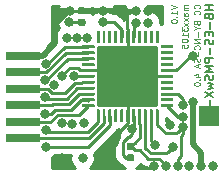
<source format=gbr>
G04 #@! TF.GenerationSoftware,KiCad,Pcbnew,(5.1.2)-1*
G04 #@! TF.CreationDate,2020-11-19T11:24:46+01:00*
G04 #@! TF.ProjectId,HB-ES-PMSwX-Pl_GosoundSP111,48422d45-532d-4504-9d53-77582d506c5f,rev?*
G04 #@! TF.SameCoordinates,Original*
G04 #@! TF.FileFunction,Copper,L4,Bot*
G04 #@! TF.FilePolarity,Positive*
%FSLAX46Y46*%
G04 Gerber Fmt 4.6, Leading zero omitted, Abs format (unit mm)*
G04 Created by KiCad (PCBNEW (5.1.2)-1) date 2020-11-19 11:24:46*
%MOMM*%
%LPD*%
G04 APERTURE LIST*
%ADD10C,0.125000*%
%ADD11C,0.175000*%
%ADD12R,3.000000X0.700000*%
%ADD13C,0.100000*%
%ADD14C,0.250000*%
%ADD15C,5.200000*%
%ADD16C,0.590000*%
%ADD17R,1.700000X1.700000*%
%ADD18C,0.800000*%
%ADD19C,0.500000*%
%ADD20C,0.250000*%
%ADD21C,0.254000*%
G04 APERTURE END LIST*
D10*
X123436890Y-57391395D02*
X123936890Y-57558061D01*
X123436890Y-57724728D01*
X123936890Y-58153300D02*
X123936890Y-57867585D01*
X123936890Y-58010442D02*
X123436890Y-58010442D01*
X123508319Y-57962823D01*
X123555938Y-57915204D01*
X123579747Y-57867585D01*
X123889271Y-58367585D02*
X123913080Y-58391395D01*
X123936890Y-58367585D01*
X123913080Y-58343776D01*
X123889271Y-58367585D01*
X123936890Y-58367585D01*
X123436890Y-58700919D02*
X123436890Y-58748538D01*
X123460700Y-58796157D01*
X123484509Y-58819966D01*
X123532128Y-58843776D01*
X123627366Y-58867585D01*
X123746414Y-58867585D01*
X123841652Y-58843776D01*
X123889271Y-58819966D01*
X123913080Y-58796157D01*
X123936890Y-58748538D01*
X123936890Y-58700919D01*
X123913080Y-58653300D01*
X123889271Y-58629490D01*
X123841652Y-58605680D01*
X123746414Y-58581871D01*
X123627366Y-58581871D01*
X123532128Y-58605680D01*
X123484509Y-58629490D01*
X123460700Y-58653300D01*
X123436890Y-58700919D01*
X125845071Y-57637752D02*
X125868880Y-57613942D01*
X125892690Y-57542514D01*
X125892690Y-57494895D01*
X125868880Y-57423466D01*
X125821261Y-57375847D01*
X125773642Y-57352038D01*
X125678404Y-57328228D01*
X125606976Y-57328228D01*
X125511738Y-57352038D01*
X125464119Y-57375847D01*
X125416500Y-57423466D01*
X125392690Y-57494895D01*
X125392690Y-57542514D01*
X125416500Y-57613942D01*
X125440309Y-57637752D01*
X125845071Y-58137752D02*
X125868880Y-58113942D01*
X125892690Y-58042514D01*
X125892690Y-57994895D01*
X125868880Y-57923466D01*
X125821261Y-57875847D01*
X125773642Y-57852038D01*
X125678404Y-57828228D01*
X125606976Y-57828228D01*
X125511738Y-57852038D01*
X125464119Y-57875847D01*
X125416500Y-57923466D01*
X125392690Y-57994895D01*
X125392690Y-58042514D01*
X125416500Y-58113942D01*
X125440309Y-58137752D01*
X125630785Y-58899657D02*
X125654595Y-58971085D01*
X125678404Y-58994895D01*
X125726023Y-59018704D01*
X125797452Y-59018704D01*
X125845071Y-58994895D01*
X125868880Y-58971085D01*
X125892690Y-58923466D01*
X125892690Y-58732990D01*
X125392690Y-58732990D01*
X125392690Y-58899657D01*
X125416500Y-58947276D01*
X125440309Y-58971085D01*
X125487928Y-58994895D01*
X125535547Y-58994895D01*
X125583166Y-58971085D01*
X125606976Y-58947276D01*
X125630785Y-58899657D01*
X125630785Y-58732990D01*
X125654595Y-59328228D02*
X125892690Y-59328228D01*
X125392690Y-59161561D02*
X125654595Y-59328228D01*
X125392690Y-59494895D01*
X125702214Y-59661561D02*
X125702214Y-60042514D01*
X125892690Y-60280609D02*
X125392690Y-60280609D01*
X125892690Y-60566323D01*
X125392690Y-60566323D01*
X125845071Y-61090133D02*
X125868880Y-61066323D01*
X125892690Y-60994895D01*
X125892690Y-60947276D01*
X125868880Y-60875847D01*
X125821261Y-60828228D01*
X125773642Y-60804419D01*
X125678404Y-60780609D01*
X125606976Y-60780609D01*
X125511738Y-60804419D01*
X125464119Y-60828228D01*
X125416500Y-60875847D01*
X125392690Y-60947276D01*
X125392690Y-60994895D01*
X125416500Y-61066323D01*
X125440309Y-61090133D01*
X125702214Y-61304419D02*
X125702214Y-61685371D01*
X125868880Y-61899657D02*
X125892690Y-61971085D01*
X125892690Y-62090133D01*
X125868880Y-62137752D01*
X125845071Y-62161561D01*
X125797452Y-62185371D01*
X125749833Y-62185371D01*
X125702214Y-62161561D01*
X125678404Y-62137752D01*
X125654595Y-62090133D01*
X125630785Y-61994895D01*
X125606976Y-61947276D01*
X125583166Y-61923466D01*
X125535547Y-61899657D01*
X125487928Y-61899657D01*
X125440309Y-61923466D01*
X125416500Y-61947276D01*
X125392690Y-61994895D01*
X125392690Y-62113942D01*
X125416500Y-62185371D01*
X125749833Y-62375847D02*
X125749833Y-62613942D01*
X125892690Y-62328228D02*
X125392690Y-62494895D01*
X125892690Y-62661561D01*
X125559357Y-63423466D02*
X125892690Y-63423466D01*
X125368880Y-63304419D02*
X125726023Y-63185371D01*
X125726023Y-63494895D01*
X125845071Y-63685371D02*
X125868880Y-63709180D01*
X125892690Y-63685371D01*
X125868880Y-63661561D01*
X125845071Y-63685371D01*
X125892690Y-63685371D01*
X125392690Y-64018704D02*
X125392690Y-64066323D01*
X125416500Y-64113942D01*
X125440309Y-64137752D01*
X125487928Y-64161561D01*
X125583166Y-64185371D01*
X125702214Y-64185371D01*
X125797452Y-64161561D01*
X125845071Y-64137752D01*
X125868880Y-64113942D01*
X125892690Y-64066323D01*
X125892690Y-64018704D01*
X125868880Y-63971085D01*
X125845071Y-63947276D01*
X125797452Y-63923466D01*
X125702214Y-63899657D01*
X125583166Y-63899657D01*
X125487928Y-63923466D01*
X125440309Y-63947276D01*
X125416500Y-63971085D01*
X125392690Y-64018704D01*
X124838590Y-57371680D02*
X124505257Y-57371680D01*
X124552876Y-57371680D02*
X124529066Y-57395490D01*
X124505257Y-57443109D01*
X124505257Y-57514538D01*
X124529066Y-57562157D01*
X124576685Y-57585966D01*
X124838590Y-57585966D01*
X124576685Y-57585966D02*
X124529066Y-57609776D01*
X124505257Y-57657395D01*
X124505257Y-57728823D01*
X124529066Y-57776442D01*
X124576685Y-57800252D01*
X124838590Y-57800252D01*
X124838590Y-58252633D02*
X124576685Y-58252633D01*
X124529066Y-58228823D01*
X124505257Y-58181204D01*
X124505257Y-58085966D01*
X124529066Y-58038347D01*
X124814780Y-58252633D02*
X124838590Y-58205014D01*
X124838590Y-58085966D01*
X124814780Y-58038347D01*
X124767161Y-58014538D01*
X124719542Y-58014538D01*
X124671923Y-58038347D01*
X124648114Y-58085966D01*
X124648114Y-58205014D01*
X124624304Y-58252633D01*
X124838590Y-58443109D02*
X124505257Y-58705014D01*
X124505257Y-58443109D02*
X124838590Y-58705014D01*
X124838590Y-58847871D02*
X124505257Y-59109776D01*
X124505257Y-58847871D02*
X124838590Y-59109776D01*
X124338590Y-59252633D02*
X124338590Y-59562157D01*
X124529066Y-59395490D01*
X124529066Y-59466919D01*
X124552876Y-59514538D01*
X124576685Y-59538347D01*
X124624304Y-59562157D01*
X124743352Y-59562157D01*
X124790971Y-59538347D01*
X124814780Y-59514538D01*
X124838590Y-59466919D01*
X124838590Y-59324061D01*
X124814780Y-59276442D01*
X124790971Y-59252633D01*
X124838590Y-60038347D02*
X124838590Y-59752633D01*
X124838590Y-59895490D02*
X124338590Y-59895490D01*
X124410019Y-59847871D01*
X124457638Y-59800252D01*
X124481447Y-59752633D01*
X124338590Y-60347871D02*
X124338590Y-60395490D01*
X124362400Y-60443109D01*
X124386209Y-60466919D01*
X124433828Y-60490728D01*
X124529066Y-60514538D01*
X124648114Y-60514538D01*
X124743352Y-60490728D01*
X124790971Y-60466919D01*
X124814780Y-60443109D01*
X124838590Y-60395490D01*
X124838590Y-60347871D01*
X124814780Y-60300252D01*
X124790971Y-60276442D01*
X124743352Y-60252633D01*
X124648114Y-60228823D01*
X124529066Y-60228823D01*
X124433828Y-60252633D01*
X124386209Y-60276442D01*
X124362400Y-60300252D01*
X124338590Y-60347871D01*
X124338590Y-60966919D02*
X124338590Y-60728823D01*
X124576685Y-60705014D01*
X124552876Y-60728823D01*
X124529066Y-60776442D01*
X124529066Y-60895490D01*
X124552876Y-60943109D01*
X124576685Y-60966919D01*
X124624304Y-60990728D01*
X124743352Y-60990728D01*
X124790971Y-60966919D01*
X124814780Y-60943109D01*
X124838590Y-60895490D01*
X124838590Y-60776442D01*
X124814780Y-60728823D01*
X124790971Y-60705014D01*
D11*
X126999166Y-57387933D02*
X126299166Y-57387933D01*
X126632500Y-57387933D02*
X126632500Y-57787933D01*
X126999166Y-57787933D02*
X126299166Y-57787933D01*
X126632500Y-58354600D02*
X126665833Y-58454600D01*
X126699166Y-58487933D01*
X126765833Y-58521266D01*
X126865833Y-58521266D01*
X126932500Y-58487933D01*
X126965833Y-58454600D01*
X126999166Y-58387933D01*
X126999166Y-58121266D01*
X126299166Y-58121266D01*
X126299166Y-58354600D01*
X126332500Y-58421266D01*
X126365833Y-58454600D01*
X126432500Y-58487933D01*
X126499166Y-58487933D01*
X126565833Y-58454600D01*
X126599166Y-58421266D01*
X126632500Y-58354600D01*
X126632500Y-58121266D01*
X126732500Y-58821266D02*
X126732500Y-59354600D01*
X126632500Y-59687933D02*
X126632500Y-59921266D01*
X126999166Y-60021266D02*
X126999166Y-59687933D01*
X126299166Y-59687933D01*
X126299166Y-60021266D01*
X126965833Y-60287933D02*
X126999166Y-60387933D01*
X126999166Y-60554600D01*
X126965833Y-60621266D01*
X126932500Y-60654600D01*
X126865833Y-60687933D01*
X126799166Y-60687933D01*
X126732500Y-60654600D01*
X126699166Y-60621266D01*
X126665833Y-60554600D01*
X126632500Y-60421266D01*
X126599166Y-60354600D01*
X126565833Y-60321266D01*
X126499166Y-60287933D01*
X126432500Y-60287933D01*
X126365833Y-60321266D01*
X126332500Y-60354600D01*
X126299166Y-60421266D01*
X126299166Y-60587933D01*
X126332500Y-60687933D01*
X126732500Y-60987933D02*
X126732500Y-61521266D01*
X126999166Y-61854600D02*
X126299166Y-61854600D01*
X126299166Y-62121266D01*
X126332500Y-62187933D01*
X126365833Y-62221266D01*
X126432500Y-62254600D01*
X126532500Y-62254600D01*
X126599166Y-62221266D01*
X126632500Y-62187933D01*
X126665833Y-62121266D01*
X126665833Y-61854600D01*
X126999166Y-62554600D02*
X126299166Y-62554600D01*
X126799166Y-62787933D01*
X126299166Y-63021266D01*
X126999166Y-63021266D01*
X126965833Y-63321266D02*
X126999166Y-63421266D01*
X126999166Y-63587933D01*
X126965833Y-63654600D01*
X126932500Y-63687933D01*
X126865833Y-63721266D01*
X126799166Y-63721266D01*
X126732500Y-63687933D01*
X126699166Y-63654600D01*
X126665833Y-63587933D01*
X126632500Y-63454600D01*
X126599166Y-63387933D01*
X126565833Y-63354600D01*
X126499166Y-63321266D01*
X126432500Y-63321266D01*
X126365833Y-63354600D01*
X126332500Y-63387933D01*
X126299166Y-63454600D01*
X126299166Y-63621266D01*
X126332500Y-63721266D01*
X126532500Y-63954600D02*
X126999166Y-64087933D01*
X126665833Y-64221266D01*
X126999166Y-64354600D01*
X126532500Y-64487933D01*
X126299166Y-64687933D02*
X126999166Y-65154600D01*
X126299166Y-65154600D02*
X126999166Y-64687933D01*
X126732500Y-65421266D02*
X126732500Y-65954600D01*
X126999166Y-66287933D02*
X126299166Y-66287933D01*
X126299166Y-66554600D01*
X126332500Y-66621266D01*
X126365833Y-66654600D01*
X126432500Y-66687933D01*
X126532500Y-66687933D01*
X126599166Y-66654600D01*
X126632500Y-66621266D01*
X126665833Y-66554600D01*
X126665833Y-66287933D01*
X126999166Y-67087933D02*
X126965833Y-67021266D01*
X126899166Y-66987933D01*
X126299166Y-66987933D01*
D12*
X110909100Y-61660000D03*
X110909100Y-64460000D03*
X110909100Y-63060000D03*
X110909100Y-67260000D03*
X110909100Y-65860000D03*
X110909100Y-68660000D03*
D13*
G36*
X123579626Y-65773701D02*
G01*
X123585693Y-65774601D01*
X123591643Y-65776091D01*
X123597418Y-65778158D01*
X123602962Y-65780780D01*
X123608223Y-65783933D01*
X123613150Y-65787587D01*
X123617694Y-65791706D01*
X123621813Y-65796250D01*
X123625467Y-65801177D01*
X123628620Y-65806438D01*
X123631242Y-65811982D01*
X123633309Y-65817757D01*
X123634799Y-65823707D01*
X123635699Y-65829774D01*
X123636000Y-65835900D01*
X123636000Y-65960900D01*
X123635699Y-65967026D01*
X123634799Y-65973093D01*
X123633309Y-65979043D01*
X123631242Y-65984818D01*
X123628620Y-65990362D01*
X123625467Y-65995623D01*
X123621813Y-66000550D01*
X123617694Y-66005094D01*
X123613150Y-66009213D01*
X123608223Y-66012867D01*
X123602962Y-66016020D01*
X123597418Y-66018642D01*
X123591643Y-66020709D01*
X123585693Y-66022199D01*
X123579626Y-66023099D01*
X123573500Y-66023400D01*
X122623500Y-66023400D01*
X122617374Y-66023099D01*
X122611307Y-66022199D01*
X122605357Y-66020709D01*
X122599582Y-66018642D01*
X122594038Y-66016020D01*
X122588777Y-66012867D01*
X122583850Y-66009213D01*
X122579306Y-66005094D01*
X122575187Y-66000550D01*
X122571533Y-65995623D01*
X122568380Y-65990362D01*
X122565758Y-65984818D01*
X122563691Y-65979043D01*
X122562201Y-65973093D01*
X122561301Y-65967026D01*
X122561000Y-65960900D01*
X122561000Y-65835900D01*
X122561301Y-65829774D01*
X122562201Y-65823707D01*
X122563691Y-65817757D01*
X122565758Y-65811982D01*
X122568380Y-65806438D01*
X122571533Y-65801177D01*
X122575187Y-65796250D01*
X122579306Y-65791706D01*
X122583850Y-65787587D01*
X122588777Y-65783933D01*
X122594038Y-65780780D01*
X122599582Y-65778158D01*
X122605357Y-65776091D01*
X122611307Y-65774601D01*
X122617374Y-65773701D01*
X122623500Y-65773400D01*
X123573500Y-65773400D01*
X123579626Y-65773701D01*
X123579626Y-65773701D01*
G37*
D14*
X123098500Y-65898400D03*
D13*
G36*
X123579626Y-65273701D02*
G01*
X123585693Y-65274601D01*
X123591643Y-65276091D01*
X123597418Y-65278158D01*
X123602962Y-65280780D01*
X123608223Y-65283933D01*
X123613150Y-65287587D01*
X123617694Y-65291706D01*
X123621813Y-65296250D01*
X123625467Y-65301177D01*
X123628620Y-65306438D01*
X123631242Y-65311982D01*
X123633309Y-65317757D01*
X123634799Y-65323707D01*
X123635699Y-65329774D01*
X123636000Y-65335900D01*
X123636000Y-65460900D01*
X123635699Y-65467026D01*
X123634799Y-65473093D01*
X123633309Y-65479043D01*
X123631242Y-65484818D01*
X123628620Y-65490362D01*
X123625467Y-65495623D01*
X123621813Y-65500550D01*
X123617694Y-65505094D01*
X123613150Y-65509213D01*
X123608223Y-65512867D01*
X123602962Y-65516020D01*
X123597418Y-65518642D01*
X123591643Y-65520709D01*
X123585693Y-65522199D01*
X123579626Y-65523099D01*
X123573500Y-65523400D01*
X122623500Y-65523400D01*
X122617374Y-65523099D01*
X122611307Y-65522199D01*
X122605357Y-65520709D01*
X122599582Y-65518642D01*
X122594038Y-65516020D01*
X122588777Y-65512867D01*
X122583850Y-65509213D01*
X122579306Y-65505094D01*
X122575187Y-65500550D01*
X122571533Y-65495623D01*
X122568380Y-65490362D01*
X122565758Y-65484818D01*
X122563691Y-65479043D01*
X122562201Y-65473093D01*
X122561301Y-65467026D01*
X122561000Y-65460900D01*
X122561000Y-65335900D01*
X122561301Y-65329774D01*
X122562201Y-65323707D01*
X122563691Y-65317757D01*
X122565758Y-65311982D01*
X122568380Y-65306438D01*
X122571533Y-65301177D01*
X122575187Y-65296250D01*
X122579306Y-65291706D01*
X122583850Y-65287587D01*
X122588777Y-65283933D01*
X122594038Y-65280780D01*
X122599582Y-65278158D01*
X122605357Y-65276091D01*
X122611307Y-65274601D01*
X122617374Y-65273701D01*
X122623500Y-65273400D01*
X123573500Y-65273400D01*
X123579626Y-65273701D01*
X123579626Y-65273701D01*
G37*
D14*
X123098500Y-65398400D03*
D13*
G36*
X123579626Y-64773701D02*
G01*
X123585693Y-64774601D01*
X123591643Y-64776091D01*
X123597418Y-64778158D01*
X123602962Y-64780780D01*
X123608223Y-64783933D01*
X123613150Y-64787587D01*
X123617694Y-64791706D01*
X123621813Y-64796250D01*
X123625467Y-64801177D01*
X123628620Y-64806438D01*
X123631242Y-64811982D01*
X123633309Y-64817757D01*
X123634799Y-64823707D01*
X123635699Y-64829774D01*
X123636000Y-64835900D01*
X123636000Y-64960900D01*
X123635699Y-64967026D01*
X123634799Y-64973093D01*
X123633309Y-64979043D01*
X123631242Y-64984818D01*
X123628620Y-64990362D01*
X123625467Y-64995623D01*
X123621813Y-65000550D01*
X123617694Y-65005094D01*
X123613150Y-65009213D01*
X123608223Y-65012867D01*
X123602962Y-65016020D01*
X123597418Y-65018642D01*
X123591643Y-65020709D01*
X123585693Y-65022199D01*
X123579626Y-65023099D01*
X123573500Y-65023400D01*
X122623500Y-65023400D01*
X122617374Y-65023099D01*
X122611307Y-65022199D01*
X122605357Y-65020709D01*
X122599582Y-65018642D01*
X122594038Y-65016020D01*
X122588777Y-65012867D01*
X122583850Y-65009213D01*
X122579306Y-65005094D01*
X122575187Y-65000550D01*
X122571533Y-64995623D01*
X122568380Y-64990362D01*
X122565758Y-64984818D01*
X122563691Y-64979043D01*
X122562201Y-64973093D01*
X122561301Y-64967026D01*
X122561000Y-64960900D01*
X122561000Y-64835900D01*
X122561301Y-64829774D01*
X122562201Y-64823707D01*
X122563691Y-64817757D01*
X122565758Y-64811982D01*
X122568380Y-64806438D01*
X122571533Y-64801177D01*
X122575187Y-64796250D01*
X122579306Y-64791706D01*
X122583850Y-64787587D01*
X122588777Y-64783933D01*
X122594038Y-64780780D01*
X122599582Y-64778158D01*
X122605357Y-64776091D01*
X122611307Y-64774601D01*
X122617374Y-64773701D01*
X122623500Y-64773400D01*
X123573500Y-64773400D01*
X123579626Y-64773701D01*
X123579626Y-64773701D01*
G37*
D14*
X123098500Y-64898400D03*
D13*
G36*
X123579626Y-64273701D02*
G01*
X123585693Y-64274601D01*
X123591643Y-64276091D01*
X123597418Y-64278158D01*
X123602962Y-64280780D01*
X123608223Y-64283933D01*
X123613150Y-64287587D01*
X123617694Y-64291706D01*
X123621813Y-64296250D01*
X123625467Y-64301177D01*
X123628620Y-64306438D01*
X123631242Y-64311982D01*
X123633309Y-64317757D01*
X123634799Y-64323707D01*
X123635699Y-64329774D01*
X123636000Y-64335900D01*
X123636000Y-64460900D01*
X123635699Y-64467026D01*
X123634799Y-64473093D01*
X123633309Y-64479043D01*
X123631242Y-64484818D01*
X123628620Y-64490362D01*
X123625467Y-64495623D01*
X123621813Y-64500550D01*
X123617694Y-64505094D01*
X123613150Y-64509213D01*
X123608223Y-64512867D01*
X123602962Y-64516020D01*
X123597418Y-64518642D01*
X123591643Y-64520709D01*
X123585693Y-64522199D01*
X123579626Y-64523099D01*
X123573500Y-64523400D01*
X122623500Y-64523400D01*
X122617374Y-64523099D01*
X122611307Y-64522199D01*
X122605357Y-64520709D01*
X122599582Y-64518642D01*
X122594038Y-64516020D01*
X122588777Y-64512867D01*
X122583850Y-64509213D01*
X122579306Y-64505094D01*
X122575187Y-64500550D01*
X122571533Y-64495623D01*
X122568380Y-64490362D01*
X122565758Y-64484818D01*
X122563691Y-64479043D01*
X122562201Y-64473093D01*
X122561301Y-64467026D01*
X122561000Y-64460900D01*
X122561000Y-64335900D01*
X122561301Y-64329774D01*
X122562201Y-64323707D01*
X122563691Y-64317757D01*
X122565758Y-64311982D01*
X122568380Y-64306438D01*
X122571533Y-64301177D01*
X122575187Y-64296250D01*
X122579306Y-64291706D01*
X122583850Y-64287587D01*
X122588777Y-64283933D01*
X122594038Y-64280780D01*
X122599582Y-64278158D01*
X122605357Y-64276091D01*
X122611307Y-64274601D01*
X122617374Y-64273701D01*
X122623500Y-64273400D01*
X123573500Y-64273400D01*
X123579626Y-64273701D01*
X123579626Y-64273701D01*
G37*
D14*
X123098500Y-64398400D03*
D13*
G36*
X123579626Y-63773701D02*
G01*
X123585693Y-63774601D01*
X123591643Y-63776091D01*
X123597418Y-63778158D01*
X123602962Y-63780780D01*
X123608223Y-63783933D01*
X123613150Y-63787587D01*
X123617694Y-63791706D01*
X123621813Y-63796250D01*
X123625467Y-63801177D01*
X123628620Y-63806438D01*
X123631242Y-63811982D01*
X123633309Y-63817757D01*
X123634799Y-63823707D01*
X123635699Y-63829774D01*
X123636000Y-63835900D01*
X123636000Y-63960900D01*
X123635699Y-63967026D01*
X123634799Y-63973093D01*
X123633309Y-63979043D01*
X123631242Y-63984818D01*
X123628620Y-63990362D01*
X123625467Y-63995623D01*
X123621813Y-64000550D01*
X123617694Y-64005094D01*
X123613150Y-64009213D01*
X123608223Y-64012867D01*
X123602962Y-64016020D01*
X123597418Y-64018642D01*
X123591643Y-64020709D01*
X123585693Y-64022199D01*
X123579626Y-64023099D01*
X123573500Y-64023400D01*
X122623500Y-64023400D01*
X122617374Y-64023099D01*
X122611307Y-64022199D01*
X122605357Y-64020709D01*
X122599582Y-64018642D01*
X122594038Y-64016020D01*
X122588777Y-64012867D01*
X122583850Y-64009213D01*
X122579306Y-64005094D01*
X122575187Y-64000550D01*
X122571533Y-63995623D01*
X122568380Y-63990362D01*
X122565758Y-63984818D01*
X122563691Y-63979043D01*
X122562201Y-63973093D01*
X122561301Y-63967026D01*
X122561000Y-63960900D01*
X122561000Y-63835900D01*
X122561301Y-63829774D01*
X122562201Y-63823707D01*
X122563691Y-63817757D01*
X122565758Y-63811982D01*
X122568380Y-63806438D01*
X122571533Y-63801177D01*
X122575187Y-63796250D01*
X122579306Y-63791706D01*
X122583850Y-63787587D01*
X122588777Y-63783933D01*
X122594038Y-63780780D01*
X122599582Y-63778158D01*
X122605357Y-63776091D01*
X122611307Y-63774601D01*
X122617374Y-63773701D01*
X122623500Y-63773400D01*
X123573500Y-63773400D01*
X123579626Y-63773701D01*
X123579626Y-63773701D01*
G37*
D14*
X123098500Y-63898400D03*
D13*
G36*
X123579626Y-63273701D02*
G01*
X123585693Y-63274601D01*
X123591643Y-63276091D01*
X123597418Y-63278158D01*
X123602962Y-63280780D01*
X123608223Y-63283933D01*
X123613150Y-63287587D01*
X123617694Y-63291706D01*
X123621813Y-63296250D01*
X123625467Y-63301177D01*
X123628620Y-63306438D01*
X123631242Y-63311982D01*
X123633309Y-63317757D01*
X123634799Y-63323707D01*
X123635699Y-63329774D01*
X123636000Y-63335900D01*
X123636000Y-63460900D01*
X123635699Y-63467026D01*
X123634799Y-63473093D01*
X123633309Y-63479043D01*
X123631242Y-63484818D01*
X123628620Y-63490362D01*
X123625467Y-63495623D01*
X123621813Y-63500550D01*
X123617694Y-63505094D01*
X123613150Y-63509213D01*
X123608223Y-63512867D01*
X123602962Y-63516020D01*
X123597418Y-63518642D01*
X123591643Y-63520709D01*
X123585693Y-63522199D01*
X123579626Y-63523099D01*
X123573500Y-63523400D01*
X122623500Y-63523400D01*
X122617374Y-63523099D01*
X122611307Y-63522199D01*
X122605357Y-63520709D01*
X122599582Y-63518642D01*
X122594038Y-63516020D01*
X122588777Y-63512867D01*
X122583850Y-63509213D01*
X122579306Y-63505094D01*
X122575187Y-63500550D01*
X122571533Y-63495623D01*
X122568380Y-63490362D01*
X122565758Y-63484818D01*
X122563691Y-63479043D01*
X122562201Y-63473093D01*
X122561301Y-63467026D01*
X122561000Y-63460900D01*
X122561000Y-63335900D01*
X122561301Y-63329774D01*
X122562201Y-63323707D01*
X122563691Y-63317757D01*
X122565758Y-63311982D01*
X122568380Y-63306438D01*
X122571533Y-63301177D01*
X122575187Y-63296250D01*
X122579306Y-63291706D01*
X122583850Y-63287587D01*
X122588777Y-63283933D01*
X122594038Y-63280780D01*
X122599582Y-63278158D01*
X122605357Y-63276091D01*
X122611307Y-63274601D01*
X122617374Y-63273701D01*
X122623500Y-63273400D01*
X123573500Y-63273400D01*
X123579626Y-63273701D01*
X123579626Y-63273701D01*
G37*
D14*
X123098500Y-63398400D03*
D13*
G36*
X123579626Y-62773701D02*
G01*
X123585693Y-62774601D01*
X123591643Y-62776091D01*
X123597418Y-62778158D01*
X123602962Y-62780780D01*
X123608223Y-62783933D01*
X123613150Y-62787587D01*
X123617694Y-62791706D01*
X123621813Y-62796250D01*
X123625467Y-62801177D01*
X123628620Y-62806438D01*
X123631242Y-62811982D01*
X123633309Y-62817757D01*
X123634799Y-62823707D01*
X123635699Y-62829774D01*
X123636000Y-62835900D01*
X123636000Y-62960900D01*
X123635699Y-62967026D01*
X123634799Y-62973093D01*
X123633309Y-62979043D01*
X123631242Y-62984818D01*
X123628620Y-62990362D01*
X123625467Y-62995623D01*
X123621813Y-63000550D01*
X123617694Y-63005094D01*
X123613150Y-63009213D01*
X123608223Y-63012867D01*
X123602962Y-63016020D01*
X123597418Y-63018642D01*
X123591643Y-63020709D01*
X123585693Y-63022199D01*
X123579626Y-63023099D01*
X123573500Y-63023400D01*
X122623500Y-63023400D01*
X122617374Y-63023099D01*
X122611307Y-63022199D01*
X122605357Y-63020709D01*
X122599582Y-63018642D01*
X122594038Y-63016020D01*
X122588777Y-63012867D01*
X122583850Y-63009213D01*
X122579306Y-63005094D01*
X122575187Y-63000550D01*
X122571533Y-62995623D01*
X122568380Y-62990362D01*
X122565758Y-62984818D01*
X122563691Y-62979043D01*
X122562201Y-62973093D01*
X122561301Y-62967026D01*
X122561000Y-62960900D01*
X122561000Y-62835900D01*
X122561301Y-62829774D01*
X122562201Y-62823707D01*
X122563691Y-62817757D01*
X122565758Y-62811982D01*
X122568380Y-62806438D01*
X122571533Y-62801177D01*
X122575187Y-62796250D01*
X122579306Y-62791706D01*
X122583850Y-62787587D01*
X122588777Y-62783933D01*
X122594038Y-62780780D01*
X122599582Y-62778158D01*
X122605357Y-62776091D01*
X122611307Y-62774601D01*
X122617374Y-62773701D01*
X122623500Y-62773400D01*
X123573500Y-62773400D01*
X123579626Y-62773701D01*
X123579626Y-62773701D01*
G37*
D14*
X123098500Y-62898400D03*
D13*
G36*
X123579626Y-62273701D02*
G01*
X123585693Y-62274601D01*
X123591643Y-62276091D01*
X123597418Y-62278158D01*
X123602962Y-62280780D01*
X123608223Y-62283933D01*
X123613150Y-62287587D01*
X123617694Y-62291706D01*
X123621813Y-62296250D01*
X123625467Y-62301177D01*
X123628620Y-62306438D01*
X123631242Y-62311982D01*
X123633309Y-62317757D01*
X123634799Y-62323707D01*
X123635699Y-62329774D01*
X123636000Y-62335900D01*
X123636000Y-62460900D01*
X123635699Y-62467026D01*
X123634799Y-62473093D01*
X123633309Y-62479043D01*
X123631242Y-62484818D01*
X123628620Y-62490362D01*
X123625467Y-62495623D01*
X123621813Y-62500550D01*
X123617694Y-62505094D01*
X123613150Y-62509213D01*
X123608223Y-62512867D01*
X123602962Y-62516020D01*
X123597418Y-62518642D01*
X123591643Y-62520709D01*
X123585693Y-62522199D01*
X123579626Y-62523099D01*
X123573500Y-62523400D01*
X122623500Y-62523400D01*
X122617374Y-62523099D01*
X122611307Y-62522199D01*
X122605357Y-62520709D01*
X122599582Y-62518642D01*
X122594038Y-62516020D01*
X122588777Y-62512867D01*
X122583850Y-62509213D01*
X122579306Y-62505094D01*
X122575187Y-62500550D01*
X122571533Y-62495623D01*
X122568380Y-62490362D01*
X122565758Y-62484818D01*
X122563691Y-62479043D01*
X122562201Y-62473093D01*
X122561301Y-62467026D01*
X122561000Y-62460900D01*
X122561000Y-62335900D01*
X122561301Y-62329774D01*
X122562201Y-62323707D01*
X122563691Y-62317757D01*
X122565758Y-62311982D01*
X122568380Y-62306438D01*
X122571533Y-62301177D01*
X122575187Y-62296250D01*
X122579306Y-62291706D01*
X122583850Y-62287587D01*
X122588777Y-62283933D01*
X122594038Y-62280780D01*
X122599582Y-62278158D01*
X122605357Y-62276091D01*
X122611307Y-62274601D01*
X122617374Y-62273701D01*
X122623500Y-62273400D01*
X123573500Y-62273400D01*
X123579626Y-62273701D01*
X123579626Y-62273701D01*
G37*
D14*
X123098500Y-62398400D03*
D13*
G36*
X123579626Y-61773701D02*
G01*
X123585693Y-61774601D01*
X123591643Y-61776091D01*
X123597418Y-61778158D01*
X123602962Y-61780780D01*
X123608223Y-61783933D01*
X123613150Y-61787587D01*
X123617694Y-61791706D01*
X123621813Y-61796250D01*
X123625467Y-61801177D01*
X123628620Y-61806438D01*
X123631242Y-61811982D01*
X123633309Y-61817757D01*
X123634799Y-61823707D01*
X123635699Y-61829774D01*
X123636000Y-61835900D01*
X123636000Y-61960900D01*
X123635699Y-61967026D01*
X123634799Y-61973093D01*
X123633309Y-61979043D01*
X123631242Y-61984818D01*
X123628620Y-61990362D01*
X123625467Y-61995623D01*
X123621813Y-62000550D01*
X123617694Y-62005094D01*
X123613150Y-62009213D01*
X123608223Y-62012867D01*
X123602962Y-62016020D01*
X123597418Y-62018642D01*
X123591643Y-62020709D01*
X123585693Y-62022199D01*
X123579626Y-62023099D01*
X123573500Y-62023400D01*
X122623500Y-62023400D01*
X122617374Y-62023099D01*
X122611307Y-62022199D01*
X122605357Y-62020709D01*
X122599582Y-62018642D01*
X122594038Y-62016020D01*
X122588777Y-62012867D01*
X122583850Y-62009213D01*
X122579306Y-62005094D01*
X122575187Y-62000550D01*
X122571533Y-61995623D01*
X122568380Y-61990362D01*
X122565758Y-61984818D01*
X122563691Y-61979043D01*
X122562201Y-61973093D01*
X122561301Y-61967026D01*
X122561000Y-61960900D01*
X122561000Y-61835900D01*
X122561301Y-61829774D01*
X122562201Y-61823707D01*
X122563691Y-61817757D01*
X122565758Y-61811982D01*
X122568380Y-61806438D01*
X122571533Y-61801177D01*
X122575187Y-61796250D01*
X122579306Y-61791706D01*
X122583850Y-61787587D01*
X122588777Y-61783933D01*
X122594038Y-61780780D01*
X122599582Y-61778158D01*
X122605357Y-61776091D01*
X122611307Y-61774601D01*
X122617374Y-61773701D01*
X122623500Y-61773400D01*
X123573500Y-61773400D01*
X123579626Y-61773701D01*
X123579626Y-61773701D01*
G37*
D14*
X123098500Y-61898400D03*
D13*
G36*
X123579626Y-61273701D02*
G01*
X123585693Y-61274601D01*
X123591643Y-61276091D01*
X123597418Y-61278158D01*
X123602962Y-61280780D01*
X123608223Y-61283933D01*
X123613150Y-61287587D01*
X123617694Y-61291706D01*
X123621813Y-61296250D01*
X123625467Y-61301177D01*
X123628620Y-61306438D01*
X123631242Y-61311982D01*
X123633309Y-61317757D01*
X123634799Y-61323707D01*
X123635699Y-61329774D01*
X123636000Y-61335900D01*
X123636000Y-61460900D01*
X123635699Y-61467026D01*
X123634799Y-61473093D01*
X123633309Y-61479043D01*
X123631242Y-61484818D01*
X123628620Y-61490362D01*
X123625467Y-61495623D01*
X123621813Y-61500550D01*
X123617694Y-61505094D01*
X123613150Y-61509213D01*
X123608223Y-61512867D01*
X123602962Y-61516020D01*
X123597418Y-61518642D01*
X123591643Y-61520709D01*
X123585693Y-61522199D01*
X123579626Y-61523099D01*
X123573500Y-61523400D01*
X122623500Y-61523400D01*
X122617374Y-61523099D01*
X122611307Y-61522199D01*
X122605357Y-61520709D01*
X122599582Y-61518642D01*
X122594038Y-61516020D01*
X122588777Y-61512867D01*
X122583850Y-61509213D01*
X122579306Y-61505094D01*
X122575187Y-61500550D01*
X122571533Y-61495623D01*
X122568380Y-61490362D01*
X122565758Y-61484818D01*
X122563691Y-61479043D01*
X122562201Y-61473093D01*
X122561301Y-61467026D01*
X122561000Y-61460900D01*
X122561000Y-61335900D01*
X122561301Y-61329774D01*
X122562201Y-61323707D01*
X122563691Y-61317757D01*
X122565758Y-61311982D01*
X122568380Y-61306438D01*
X122571533Y-61301177D01*
X122575187Y-61296250D01*
X122579306Y-61291706D01*
X122583850Y-61287587D01*
X122588777Y-61283933D01*
X122594038Y-61280780D01*
X122599582Y-61278158D01*
X122605357Y-61276091D01*
X122611307Y-61274601D01*
X122617374Y-61273701D01*
X122623500Y-61273400D01*
X123573500Y-61273400D01*
X123579626Y-61273701D01*
X123579626Y-61273701D01*
G37*
D14*
X123098500Y-61398400D03*
D13*
G36*
X123579626Y-60773701D02*
G01*
X123585693Y-60774601D01*
X123591643Y-60776091D01*
X123597418Y-60778158D01*
X123602962Y-60780780D01*
X123608223Y-60783933D01*
X123613150Y-60787587D01*
X123617694Y-60791706D01*
X123621813Y-60796250D01*
X123625467Y-60801177D01*
X123628620Y-60806438D01*
X123631242Y-60811982D01*
X123633309Y-60817757D01*
X123634799Y-60823707D01*
X123635699Y-60829774D01*
X123636000Y-60835900D01*
X123636000Y-60960900D01*
X123635699Y-60967026D01*
X123634799Y-60973093D01*
X123633309Y-60979043D01*
X123631242Y-60984818D01*
X123628620Y-60990362D01*
X123625467Y-60995623D01*
X123621813Y-61000550D01*
X123617694Y-61005094D01*
X123613150Y-61009213D01*
X123608223Y-61012867D01*
X123602962Y-61016020D01*
X123597418Y-61018642D01*
X123591643Y-61020709D01*
X123585693Y-61022199D01*
X123579626Y-61023099D01*
X123573500Y-61023400D01*
X122623500Y-61023400D01*
X122617374Y-61023099D01*
X122611307Y-61022199D01*
X122605357Y-61020709D01*
X122599582Y-61018642D01*
X122594038Y-61016020D01*
X122588777Y-61012867D01*
X122583850Y-61009213D01*
X122579306Y-61005094D01*
X122575187Y-61000550D01*
X122571533Y-60995623D01*
X122568380Y-60990362D01*
X122565758Y-60984818D01*
X122563691Y-60979043D01*
X122562201Y-60973093D01*
X122561301Y-60967026D01*
X122561000Y-60960900D01*
X122561000Y-60835900D01*
X122561301Y-60829774D01*
X122562201Y-60823707D01*
X122563691Y-60817757D01*
X122565758Y-60811982D01*
X122568380Y-60806438D01*
X122571533Y-60801177D01*
X122575187Y-60796250D01*
X122579306Y-60791706D01*
X122583850Y-60787587D01*
X122588777Y-60783933D01*
X122594038Y-60780780D01*
X122599582Y-60778158D01*
X122605357Y-60776091D01*
X122611307Y-60774601D01*
X122617374Y-60773701D01*
X122623500Y-60773400D01*
X123573500Y-60773400D01*
X123579626Y-60773701D01*
X123579626Y-60773701D01*
G37*
D14*
X123098500Y-60898400D03*
D13*
G36*
X122329626Y-59523701D02*
G01*
X122335693Y-59524601D01*
X122341643Y-59526091D01*
X122347418Y-59528158D01*
X122352962Y-59530780D01*
X122358223Y-59533933D01*
X122363150Y-59537587D01*
X122367694Y-59541706D01*
X122371813Y-59546250D01*
X122375467Y-59551177D01*
X122378620Y-59556438D01*
X122381242Y-59561982D01*
X122383309Y-59567757D01*
X122384799Y-59573707D01*
X122385699Y-59579774D01*
X122386000Y-59585900D01*
X122386000Y-60535900D01*
X122385699Y-60542026D01*
X122384799Y-60548093D01*
X122383309Y-60554043D01*
X122381242Y-60559818D01*
X122378620Y-60565362D01*
X122375467Y-60570623D01*
X122371813Y-60575550D01*
X122367694Y-60580094D01*
X122363150Y-60584213D01*
X122358223Y-60587867D01*
X122352962Y-60591020D01*
X122347418Y-60593642D01*
X122341643Y-60595709D01*
X122335693Y-60597199D01*
X122329626Y-60598099D01*
X122323500Y-60598400D01*
X122198500Y-60598400D01*
X122192374Y-60598099D01*
X122186307Y-60597199D01*
X122180357Y-60595709D01*
X122174582Y-60593642D01*
X122169038Y-60591020D01*
X122163777Y-60587867D01*
X122158850Y-60584213D01*
X122154306Y-60580094D01*
X122150187Y-60575550D01*
X122146533Y-60570623D01*
X122143380Y-60565362D01*
X122140758Y-60559818D01*
X122138691Y-60554043D01*
X122137201Y-60548093D01*
X122136301Y-60542026D01*
X122136000Y-60535900D01*
X122136000Y-59585900D01*
X122136301Y-59579774D01*
X122137201Y-59573707D01*
X122138691Y-59567757D01*
X122140758Y-59561982D01*
X122143380Y-59556438D01*
X122146533Y-59551177D01*
X122150187Y-59546250D01*
X122154306Y-59541706D01*
X122158850Y-59537587D01*
X122163777Y-59533933D01*
X122169038Y-59530780D01*
X122174582Y-59528158D01*
X122180357Y-59526091D01*
X122186307Y-59524601D01*
X122192374Y-59523701D01*
X122198500Y-59523400D01*
X122323500Y-59523400D01*
X122329626Y-59523701D01*
X122329626Y-59523701D01*
G37*
D14*
X122261000Y-60060900D03*
D13*
G36*
X121829626Y-59523701D02*
G01*
X121835693Y-59524601D01*
X121841643Y-59526091D01*
X121847418Y-59528158D01*
X121852962Y-59530780D01*
X121858223Y-59533933D01*
X121863150Y-59537587D01*
X121867694Y-59541706D01*
X121871813Y-59546250D01*
X121875467Y-59551177D01*
X121878620Y-59556438D01*
X121881242Y-59561982D01*
X121883309Y-59567757D01*
X121884799Y-59573707D01*
X121885699Y-59579774D01*
X121886000Y-59585900D01*
X121886000Y-60535900D01*
X121885699Y-60542026D01*
X121884799Y-60548093D01*
X121883309Y-60554043D01*
X121881242Y-60559818D01*
X121878620Y-60565362D01*
X121875467Y-60570623D01*
X121871813Y-60575550D01*
X121867694Y-60580094D01*
X121863150Y-60584213D01*
X121858223Y-60587867D01*
X121852962Y-60591020D01*
X121847418Y-60593642D01*
X121841643Y-60595709D01*
X121835693Y-60597199D01*
X121829626Y-60598099D01*
X121823500Y-60598400D01*
X121698500Y-60598400D01*
X121692374Y-60598099D01*
X121686307Y-60597199D01*
X121680357Y-60595709D01*
X121674582Y-60593642D01*
X121669038Y-60591020D01*
X121663777Y-60587867D01*
X121658850Y-60584213D01*
X121654306Y-60580094D01*
X121650187Y-60575550D01*
X121646533Y-60570623D01*
X121643380Y-60565362D01*
X121640758Y-60559818D01*
X121638691Y-60554043D01*
X121637201Y-60548093D01*
X121636301Y-60542026D01*
X121636000Y-60535900D01*
X121636000Y-59585900D01*
X121636301Y-59579774D01*
X121637201Y-59573707D01*
X121638691Y-59567757D01*
X121640758Y-59561982D01*
X121643380Y-59556438D01*
X121646533Y-59551177D01*
X121650187Y-59546250D01*
X121654306Y-59541706D01*
X121658850Y-59537587D01*
X121663777Y-59533933D01*
X121669038Y-59530780D01*
X121674582Y-59528158D01*
X121680357Y-59526091D01*
X121686307Y-59524601D01*
X121692374Y-59523701D01*
X121698500Y-59523400D01*
X121823500Y-59523400D01*
X121829626Y-59523701D01*
X121829626Y-59523701D01*
G37*
D14*
X121761000Y-60060900D03*
D13*
G36*
X121329626Y-59523701D02*
G01*
X121335693Y-59524601D01*
X121341643Y-59526091D01*
X121347418Y-59528158D01*
X121352962Y-59530780D01*
X121358223Y-59533933D01*
X121363150Y-59537587D01*
X121367694Y-59541706D01*
X121371813Y-59546250D01*
X121375467Y-59551177D01*
X121378620Y-59556438D01*
X121381242Y-59561982D01*
X121383309Y-59567757D01*
X121384799Y-59573707D01*
X121385699Y-59579774D01*
X121386000Y-59585900D01*
X121386000Y-60535900D01*
X121385699Y-60542026D01*
X121384799Y-60548093D01*
X121383309Y-60554043D01*
X121381242Y-60559818D01*
X121378620Y-60565362D01*
X121375467Y-60570623D01*
X121371813Y-60575550D01*
X121367694Y-60580094D01*
X121363150Y-60584213D01*
X121358223Y-60587867D01*
X121352962Y-60591020D01*
X121347418Y-60593642D01*
X121341643Y-60595709D01*
X121335693Y-60597199D01*
X121329626Y-60598099D01*
X121323500Y-60598400D01*
X121198500Y-60598400D01*
X121192374Y-60598099D01*
X121186307Y-60597199D01*
X121180357Y-60595709D01*
X121174582Y-60593642D01*
X121169038Y-60591020D01*
X121163777Y-60587867D01*
X121158850Y-60584213D01*
X121154306Y-60580094D01*
X121150187Y-60575550D01*
X121146533Y-60570623D01*
X121143380Y-60565362D01*
X121140758Y-60559818D01*
X121138691Y-60554043D01*
X121137201Y-60548093D01*
X121136301Y-60542026D01*
X121136000Y-60535900D01*
X121136000Y-59585900D01*
X121136301Y-59579774D01*
X121137201Y-59573707D01*
X121138691Y-59567757D01*
X121140758Y-59561982D01*
X121143380Y-59556438D01*
X121146533Y-59551177D01*
X121150187Y-59546250D01*
X121154306Y-59541706D01*
X121158850Y-59537587D01*
X121163777Y-59533933D01*
X121169038Y-59530780D01*
X121174582Y-59528158D01*
X121180357Y-59526091D01*
X121186307Y-59524601D01*
X121192374Y-59523701D01*
X121198500Y-59523400D01*
X121323500Y-59523400D01*
X121329626Y-59523701D01*
X121329626Y-59523701D01*
G37*
D14*
X121261000Y-60060900D03*
D13*
G36*
X120829626Y-59523701D02*
G01*
X120835693Y-59524601D01*
X120841643Y-59526091D01*
X120847418Y-59528158D01*
X120852962Y-59530780D01*
X120858223Y-59533933D01*
X120863150Y-59537587D01*
X120867694Y-59541706D01*
X120871813Y-59546250D01*
X120875467Y-59551177D01*
X120878620Y-59556438D01*
X120881242Y-59561982D01*
X120883309Y-59567757D01*
X120884799Y-59573707D01*
X120885699Y-59579774D01*
X120886000Y-59585900D01*
X120886000Y-60535900D01*
X120885699Y-60542026D01*
X120884799Y-60548093D01*
X120883309Y-60554043D01*
X120881242Y-60559818D01*
X120878620Y-60565362D01*
X120875467Y-60570623D01*
X120871813Y-60575550D01*
X120867694Y-60580094D01*
X120863150Y-60584213D01*
X120858223Y-60587867D01*
X120852962Y-60591020D01*
X120847418Y-60593642D01*
X120841643Y-60595709D01*
X120835693Y-60597199D01*
X120829626Y-60598099D01*
X120823500Y-60598400D01*
X120698500Y-60598400D01*
X120692374Y-60598099D01*
X120686307Y-60597199D01*
X120680357Y-60595709D01*
X120674582Y-60593642D01*
X120669038Y-60591020D01*
X120663777Y-60587867D01*
X120658850Y-60584213D01*
X120654306Y-60580094D01*
X120650187Y-60575550D01*
X120646533Y-60570623D01*
X120643380Y-60565362D01*
X120640758Y-60559818D01*
X120638691Y-60554043D01*
X120637201Y-60548093D01*
X120636301Y-60542026D01*
X120636000Y-60535900D01*
X120636000Y-59585900D01*
X120636301Y-59579774D01*
X120637201Y-59573707D01*
X120638691Y-59567757D01*
X120640758Y-59561982D01*
X120643380Y-59556438D01*
X120646533Y-59551177D01*
X120650187Y-59546250D01*
X120654306Y-59541706D01*
X120658850Y-59537587D01*
X120663777Y-59533933D01*
X120669038Y-59530780D01*
X120674582Y-59528158D01*
X120680357Y-59526091D01*
X120686307Y-59524601D01*
X120692374Y-59523701D01*
X120698500Y-59523400D01*
X120823500Y-59523400D01*
X120829626Y-59523701D01*
X120829626Y-59523701D01*
G37*
D14*
X120761000Y-60060900D03*
D13*
G36*
X120329626Y-59523701D02*
G01*
X120335693Y-59524601D01*
X120341643Y-59526091D01*
X120347418Y-59528158D01*
X120352962Y-59530780D01*
X120358223Y-59533933D01*
X120363150Y-59537587D01*
X120367694Y-59541706D01*
X120371813Y-59546250D01*
X120375467Y-59551177D01*
X120378620Y-59556438D01*
X120381242Y-59561982D01*
X120383309Y-59567757D01*
X120384799Y-59573707D01*
X120385699Y-59579774D01*
X120386000Y-59585900D01*
X120386000Y-60535900D01*
X120385699Y-60542026D01*
X120384799Y-60548093D01*
X120383309Y-60554043D01*
X120381242Y-60559818D01*
X120378620Y-60565362D01*
X120375467Y-60570623D01*
X120371813Y-60575550D01*
X120367694Y-60580094D01*
X120363150Y-60584213D01*
X120358223Y-60587867D01*
X120352962Y-60591020D01*
X120347418Y-60593642D01*
X120341643Y-60595709D01*
X120335693Y-60597199D01*
X120329626Y-60598099D01*
X120323500Y-60598400D01*
X120198500Y-60598400D01*
X120192374Y-60598099D01*
X120186307Y-60597199D01*
X120180357Y-60595709D01*
X120174582Y-60593642D01*
X120169038Y-60591020D01*
X120163777Y-60587867D01*
X120158850Y-60584213D01*
X120154306Y-60580094D01*
X120150187Y-60575550D01*
X120146533Y-60570623D01*
X120143380Y-60565362D01*
X120140758Y-60559818D01*
X120138691Y-60554043D01*
X120137201Y-60548093D01*
X120136301Y-60542026D01*
X120136000Y-60535900D01*
X120136000Y-59585900D01*
X120136301Y-59579774D01*
X120137201Y-59573707D01*
X120138691Y-59567757D01*
X120140758Y-59561982D01*
X120143380Y-59556438D01*
X120146533Y-59551177D01*
X120150187Y-59546250D01*
X120154306Y-59541706D01*
X120158850Y-59537587D01*
X120163777Y-59533933D01*
X120169038Y-59530780D01*
X120174582Y-59528158D01*
X120180357Y-59526091D01*
X120186307Y-59524601D01*
X120192374Y-59523701D01*
X120198500Y-59523400D01*
X120323500Y-59523400D01*
X120329626Y-59523701D01*
X120329626Y-59523701D01*
G37*
D14*
X120261000Y-60060900D03*
D13*
G36*
X119829626Y-59523701D02*
G01*
X119835693Y-59524601D01*
X119841643Y-59526091D01*
X119847418Y-59528158D01*
X119852962Y-59530780D01*
X119858223Y-59533933D01*
X119863150Y-59537587D01*
X119867694Y-59541706D01*
X119871813Y-59546250D01*
X119875467Y-59551177D01*
X119878620Y-59556438D01*
X119881242Y-59561982D01*
X119883309Y-59567757D01*
X119884799Y-59573707D01*
X119885699Y-59579774D01*
X119886000Y-59585900D01*
X119886000Y-60535900D01*
X119885699Y-60542026D01*
X119884799Y-60548093D01*
X119883309Y-60554043D01*
X119881242Y-60559818D01*
X119878620Y-60565362D01*
X119875467Y-60570623D01*
X119871813Y-60575550D01*
X119867694Y-60580094D01*
X119863150Y-60584213D01*
X119858223Y-60587867D01*
X119852962Y-60591020D01*
X119847418Y-60593642D01*
X119841643Y-60595709D01*
X119835693Y-60597199D01*
X119829626Y-60598099D01*
X119823500Y-60598400D01*
X119698500Y-60598400D01*
X119692374Y-60598099D01*
X119686307Y-60597199D01*
X119680357Y-60595709D01*
X119674582Y-60593642D01*
X119669038Y-60591020D01*
X119663777Y-60587867D01*
X119658850Y-60584213D01*
X119654306Y-60580094D01*
X119650187Y-60575550D01*
X119646533Y-60570623D01*
X119643380Y-60565362D01*
X119640758Y-60559818D01*
X119638691Y-60554043D01*
X119637201Y-60548093D01*
X119636301Y-60542026D01*
X119636000Y-60535900D01*
X119636000Y-59585900D01*
X119636301Y-59579774D01*
X119637201Y-59573707D01*
X119638691Y-59567757D01*
X119640758Y-59561982D01*
X119643380Y-59556438D01*
X119646533Y-59551177D01*
X119650187Y-59546250D01*
X119654306Y-59541706D01*
X119658850Y-59537587D01*
X119663777Y-59533933D01*
X119669038Y-59530780D01*
X119674582Y-59528158D01*
X119680357Y-59526091D01*
X119686307Y-59524601D01*
X119692374Y-59523701D01*
X119698500Y-59523400D01*
X119823500Y-59523400D01*
X119829626Y-59523701D01*
X119829626Y-59523701D01*
G37*
D14*
X119761000Y-60060900D03*
D13*
G36*
X119329626Y-59523701D02*
G01*
X119335693Y-59524601D01*
X119341643Y-59526091D01*
X119347418Y-59528158D01*
X119352962Y-59530780D01*
X119358223Y-59533933D01*
X119363150Y-59537587D01*
X119367694Y-59541706D01*
X119371813Y-59546250D01*
X119375467Y-59551177D01*
X119378620Y-59556438D01*
X119381242Y-59561982D01*
X119383309Y-59567757D01*
X119384799Y-59573707D01*
X119385699Y-59579774D01*
X119386000Y-59585900D01*
X119386000Y-60535900D01*
X119385699Y-60542026D01*
X119384799Y-60548093D01*
X119383309Y-60554043D01*
X119381242Y-60559818D01*
X119378620Y-60565362D01*
X119375467Y-60570623D01*
X119371813Y-60575550D01*
X119367694Y-60580094D01*
X119363150Y-60584213D01*
X119358223Y-60587867D01*
X119352962Y-60591020D01*
X119347418Y-60593642D01*
X119341643Y-60595709D01*
X119335693Y-60597199D01*
X119329626Y-60598099D01*
X119323500Y-60598400D01*
X119198500Y-60598400D01*
X119192374Y-60598099D01*
X119186307Y-60597199D01*
X119180357Y-60595709D01*
X119174582Y-60593642D01*
X119169038Y-60591020D01*
X119163777Y-60587867D01*
X119158850Y-60584213D01*
X119154306Y-60580094D01*
X119150187Y-60575550D01*
X119146533Y-60570623D01*
X119143380Y-60565362D01*
X119140758Y-60559818D01*
X119138691Y-60554043D01*
X119137201Y-60548093D01*
X119136301Y-60542026D01*
X119136000Y-60535900D01*
X119136000Y-59585900D01*
X119136301Y-59579774D01*
X119137201Y-59573707D01*
X119138691Y-59567757D01*
X119140758Y-59561982D01*
X119143380Y-59556438D01*
X119146533Y-59551177D01*
X119150187Y-59546250D01*
X119154306Y-59541706D01*
X119158850Y-59537587D01*
X119163777Y-59533933D01*
X119169038Y-59530780D01*
X119174582Y-59528158D01*
X119180357Y-59526091D01*
X119186307Y-59524601D01*
X119192374Y-59523701D01*
X119198500Y-59523400D01*
X119323500Y-59523400D01*
X119329626Y-59523701D01*
X119329626Y-59523701D01*
G37*
D14*
X119261000Y-60060900D03*
D13*
G36*
X118829626Y-59523701D02*
G01*
X118835693Y-59524601D01*
X118841643Y-59526091D01*
X118847418Y-59528158D01*
X118852962Y-59530780D01*
X118858223Y-59533933D01*
X118863150Y-59537587D01*
X118867694Y-59541706D01*
X118871813Y-59546250D01*
X118875467Y-59551177D01*
X118878620Y-59556438D01*
X118881242Y-59561982D01*
X118883309Y-59567757D01*
X118884799Y-59573707D01*
X118885699Y-59579774D01*
X118886000Y-59585900D01*
X118886000Y-60535900D01*
X118885699Y-60542026D01*
X118884799Y-60548093D01*
X118883309Y-60554043D01*
X118881242Y-60559818D01*
X118878620Y-60565362D01*
X118875467Y-60570623D01*
X118871813Y-60575550D01*
X118867694Y-60580094D01*
X118863150Y-60584213D01*
X118858223Y-60587867D01*
X118852962Y-60591020D01*
X118847418Y-60593642D01*
X118841643Y-60595709D01*
X118835693Y-60597199D01*
X118829626Y-60598099D01*
X118823500Y-60598400D01*
X118698500Y-60598400D01*
X118692374Y-60598099D01*
X118686307Y-60597199D01*
X118680357Y-60595709D01*
X118674582Y-60593642D01*
X118669038Y-60591020D01*
X118663777Y-60587867D01*
X118658850Y-60584213D01*
X118654306Y-60580094D01*
X118650187Y-60575550D01*
X118646533Y-60570623D01*
X118643380Y-60565362D01*
X118640758Y-60559818D01*
X118638691Y-60554043D01*
X118637201Y-60548093D01*
X118636301Y-60542026D01*
X118636000Y-60535900D01*
X118636000Y-59585900D01*
X118636301Y-59579774D01*
X118637201Y-59573707D01*
X118638691Y-59567757D01*
X118640758Y-59561982D01*
X118643380Y-59556438D01*
X118646533Y-59551177D01*
X118650187Y-59546250D01*
X118654306Y-59541706D01*
X118658850Y-59537587D01*
X118663777Y-59533933D01*
X118669038Y-59530780D01*
X118674582Y-59528158D01*
X118680357Y-59526091D01*
X118686307Y-59524601D01*
X118692374Y-59523701D01*
X118698500Y-59523400D01*
X118823500Y-59523400D01*
X118829626Y-59523701D01*
X118829626Y-59523701D01*
G37*
D14*
X118761000Y-60060900D03*
D13*
G36*
X118329626Y-59523701D02*
G01*
X118335693Y-59524601D01*
X118341643Y-59526091D01*
X118347418Y-59528158D01*
X118352962Y-59530780D01*
X118358223Y-59533933D01*
X118363150Y-59537587D01*
X118367694Y-59541706D01*
X118371813Y-59546250D01*
X118375467Y-59551177D01*
X118378620Y-59556438D01*
X118381242Y-59561982D01*
X118383309Y-59567757D01*
X118384799Y-59573707D01*
X118385699Y-59579774D01*
X118386000Y-59585900D01*
X118386000Y-60535900D01*
X118385699Y-60542026D01*
X118384799Y-60548093D01*
X118383309Y-60554043D01*
X118381242Y-60559818D01*
X118378620Y-60565362D01*
X118375467Y-60570623D01*
X118371813Y-60575550D01*
X118367694Y-60580094D01*
X118363150Y-60584213D01*
X118358223Y-60587867D01*
X118352962Y-60591020D01*
X118347418Y-60593642D01*
X118341643Y-60595709D01*
X118335693Y-60597199D01*
X118329626Y-60598099D01*
X118323500Y-60598400D01*
X118198500Y-60598400D01*
X118192374Y-60598099D01*
X118186307Y-60597199D01*
X118180357Y-60595709D01*
X118174582Y-60593642D01*
X118169038Y-60591020D01*
X118163777Y-60587867D01*
X118158850Y-60584213D01*
X118154306Y-60580094D01*
X118150187Y-60575550D01*
X118146533Y-60570623D01*
X118143380Y-60565362D01*
X118140758Y-60559818D01*
X118138691Y-60554043D01*
X118137201Y-60548093D01*
X118136301Y-60542026D01*
X118136000Y-60535900D01*
X118136000Y-59585900D01*
X118136301Y-59579774D01*
X118137201Y-59573707D01*
X118138691Y-59567757D01*
X118140758Y-59561982D01*
X118143380Y-59556438D01*
X118146533Y-59551177D01*
X118150187Y-59546250D01*
X118154306Y-59541706D01*
X118158850Y-59537587D01*
X118163777Y-59533933D01*
X118169038Y-59530780D01*
X118174582Y-59528158D01*
X118180357Y-59526091D01*
X118186307Y-59524601D01*
X118192374Y-59523701D01*
X118198500Y-59523400D01*
X118323500Y-59523400D01*
X118329626Y-59523701D01*
X118329626Y-59523701D01*
G37*
D14*
X118261000Y-60060900D03*
D13*
G36*
X117829626Y-59523701D02*
G01*
X117835693Y-59524601D01*
X117841643Y-59526091D01*
X117847418Y-59528158D01*
X117852962Y-59530780D01*
X117858223Y-59533933D01*
X117863150Y-59537587D01*
X117867694Y-59541706D01*
X117871813Y-59546250D01*
X117875467Y-59551177D01*
X117878620Y-59556438D01*
X117881242Y-59561982D01*
X117883309Y-59567757D01*
X117884799Y-59573707D01*
X117885699Y-59579774D01*
X117886000Y-59585900D01*
X117886000Y-60535900D01*
X117885699Y-60542026D01*
X117884799Y-60548093D01*
X117883309Y-60554043D01*
X117881242Y-60559818D01*
X117878620Y-60565362D01*
X117875467Y-60570623D01*
X117871813Y-60575550D01*
X117867694Y-60580094D01*
X117863150Y-60584213D01*
X117858223Y-60587867D01*
X117852962Y-60591020D01*
X117847418Y-60593642D01*
X117841643Y-60595709D01*
X117835693Y-60597199D01*
X117829626Y-60598099D01*
X117823500Y-60598400D01*
X117698500Y-60598400D01*
X117692374Y-60598099D01*
X117686307Y-60597199D01*
X117680357Y-60595709D01*
X117674582Y-60593642D01*
X117669038Y-60591020D01*
X117663777Y-60587867D01*
X117658850Y-60584213D01*
X117654306Y-60580094D01*
X117650187Y-60575550D01*
X117646533Y-60570623D01*
X117643380Y-60565362D01*
X117640758Y-60559818D01*
X117638691Y-60554043D01*
X117637201Y-60548093D01*
X117636301Y-60542026D01*
X117636000Y-60535900D01*
X117636000Y-59585900D01*
X117636301Y-59579774D01*
X117637201Y-59573707D01*
X117638691Y-59567757D01*
X117640758Y-59561982D01*
X117643380Y-59556438D01*
X117646533Y-59551177D01*
X117650187Y-59546250D01*
X117654306Y-59541706D01*
X117658850Y-59537587D01*
X117663777Y-59533933D01*
X117669038Y-59530780D01*
X117674582Y-59528158D01*
X117680357Y-59526091D01*
X117686307Y-59524601D01*
X117692374Y-59523701D01*
X117698500Y-59523400D01*
X117823500Y-59523400D01*
X117829626Y-59523701D01*
X117829626Y-59523701D01*
G37*
D14*
X117761000Y-60060900D03*
D13*
G36*
X117329626Y-59523701D02*
G01*
X117335693Y-59524601D01*
X117341643Y-59526091D01*
X117347418Y-59528158D01*
X117352962Y-59530780D01*
X117358223Y-59533933D01*
X117363150Y-59537587D01*
X117367694Y-59541706D01*
X117371813Y-59546250D01*
X117375467Y-59551177D01*
X117378620Y-59556438D01*
X117381242Y-59561982D01*
X117383309Y-59567757D01*
X117384799Y-59573707D01*
X117385699Y-59579774D01*
X117386000Y-59585900D01*
X117386000Y-60535900D01*
X117385699Y-60542026D01*
X117384799Y-60548093D01*
X117383309Y-60554043D01*
X117381242Y-60559818D01*
X117378620Y-60565362D01*
X117375467Y-60570623D01*
X117371813Y-60575550D01*
X117367694Y-60580094D01*
X117363150Y-60584213D01*
X117358223Y-60587867D01*
X117352962Y-60591020D01*
X117347418Y-60593642D01*
X117341643Y-60595709D01*
X117335693Y-60597199D01*
X117329626Y-60598099D01*
X117323500Y-60598400D01*
X117198500Y-60598400D01*
X117192374Y-60598099D01*
X117186307Y-60597199D01*
X117180357Y-60595709D01*
X117174582Y-60593642D01*
X117169038Y-60591020D01*
X117163777Y-60587867D01*
X117158850Y-60584213D01*
X117154306Y-60580094D01*
X117150187Y-60575550D01*
X117146533Y-60570623D01*
X117143380Y-60565362D01*
X117140758Y-60559818D01*
X117138691Y-60554043D01*
X117137201Y-60548093D01*
X117136301Y-60542026D01*
X117136000Y-60535900D01*
X117136000Y-59585900D01*
X117136301Y-59579774D01*
X117137201Y-59573707D01*
X117138691Y-59567757D01*
X117140758Y-59561982D01*
X117143380Y-59556438D01*
X117146533Y-59551177D01*
X117150187Y-59546250D01*
X117154306Y-59541706D01*
X117158850Y-59537587D01*
X117163777Y-59533933D01*
X117169038Y-59530780D01*
X117174582Y-59528158D01*
X117180357Y-59526091D01*
X117186307Y-59524601D01*
X117192374Y-59523701D01*
X117198500Y-59523400D01*
X117323500Y-59523400D01*
X117329626Y-59523701D01*
X117329626Y-59523701D01*
G37*
D14*
X117261000Y-60060900D03*
D13*
G36*
X116904626Y-60773701D02*
G01*
X116910693Y-60774601D01*
X116916643Y-60776091D01*
X116922418Y-60778158D01*
X116927962Y-60780780D01*
X116933223Y-60783933D01*
X116938150Y-60787587D01*
X116942694Y-60791706D01*
X116946813Y-60796250D01*
X116950467Y-60801177D01*
X116953620Y-60806438D01*
X116956242Y-60811982D01*
X116958309Y-60817757D01*
X116959799Y-60823707D01*
X116960699Y-60829774D01*
X116961000Y-60835900D01*
X116961000Y-60960900D01*
X116960699Y-60967026D01*
X116959799Y-60973093D01*
X116958309Y-60979043D01*
X116956242Y-60984818D01*
X116953620Y-60990362D01*
X116950467Y-60995623D01*
X116946813Y-61000550D01*
X116942694Y-61005094D01*
X116938150Y-61009213D01*
X116933223Y-61012867D01*
X116927962Y-61016020D01*
X116922418Y-61018642D01*
X116916643Y-61020709D01*
X116910693Y-61022199D01*
X116904626Y-61023099D01*
X116898500Y-61023400D01*
X115948500Y-61023400D01*
X115942374Y-61023099D01*
X115936307Y-61022199D01*
X115930357Y-61020709D01*
X115924582Y-61018642D01*
X115919038Y-61016020D01*
X115913777Y-61012867D01*
X115908850Y-61009213D01*
X115904306Y-61005094D01*
X115900187Y-61000550D01*
X115896533Y-60995623D01*
X115893380Y-60990362D01*
X115890758Y-60984818D01*
X115888691Y-60979043D01*
X115887201Y-60973093D01*
X115886301Y-60967026D01*
X115886000Y-60960900D01*
X115886000Y-60835900D01*
X115886301Y-60829774D01*
X115887201Y-60823707D01*
X115888691Y-60817757D01*
X115890758Y-60811982D01*
X115893380Y-60806438D01*
X115896533Y-60801177D01*
X115900187Y-60796250D01*
X115904306Y-60791706D01*
X115908850Y-60787587D01*
X115913777Y-60783933D01*
X115919038Y-60780780D01*
X115924582Y-60778158D01*
X115930357Y-60776091D01*
X115936307Y-60774601D01*
X115942374Y-60773701D01*
X115948500Y-60773400D01*
X116898500Y-60773400D01*
X116904626Y-60773701D01*
X116904626Y-60773701D01*
G37*
D14*
X116423500Y-60898400D03*
D13*
G36*
X116904626Y-61273701D02*
G01*
X116910693Y-61274601D01*
X116916643Y-61276091D01*
X116922418Y-61278158D01*
X116927962Y-61280780D01*
X116933223Y-61283933D01*
X116938150Y-61287587D01*
X116942694Y-61291706D01*
X116946813Y-61296250D01*
X116950467Y-61301177D01*
X116953620Y-61306438D01*
X116956242Y-61311982D01*
X116958309Y-61317757D01*
X116959799Y-61323707D01*
X116960699Y-61329774D01*
X116961000Y-61335900D01*
X116961000Y-61460900D01*
X116960699Y-61467026D01*
X116959799Y-61473093D01*
X116958309Y-61479043D01*
X116956242Y-61484818D01*
X116953620Y-61490362D01*
X116950467Y-61495623D01*
X116946813Y-61500550D01*
X116942694Y-61505094D01*
X116938150Y-61509213D01*
X116933223Y-61512867D01*
X116927962Y-61516020D01*
X116922418Y-61518642D01*
X116916643Y-61520709D01*
X116910693Y-61522199D01*
X116904626Y-61523099D01*
X116898500Y-61523400D01*
X115948500Y-61523400D01*
X115942374Y-61523099D01*
X115936307Y-61522199D01*
X115930357Y-61520709D01*
X115924582Y-61518642D01*
X115919038Y-61516020D01*
X115913777Y-61512867D01*
X115908850Y-61509213D01*
X115904306Y-61505094D01*
X115900187Y-61500550D01*
X115896533Y-61495623D01*
X115893380Y-61490362D01*
X115890758Y-61484818D01*
X115888691Y-61479043D01*
X115887201Y-61473093D01*
X115886301Y-61467026D01*
X115886000Y-61460900D01*
X115886000Y-61335900D01*
X115886301Y-61329774D01*
X115887201Y-61323707D01*
X115888691Y-61317757D01*
X115890758Y-61311982D01*
X115893380Y-61306438D01*
X115896533Y-61301177D01*
X115900187Y-61296250D01*
X115904306Y-61291706D01*
X115908850Y-61287587D01*
X115913777Y-61283933D01*
X115919038Y-61280780D01*
X115924582Y-61278158D01*
X115930357Y-61276091D01*
X115936307Y-61274601D01*
X115942374Y-61273701D01*
X115948500Y-61273400D01*
X116898500Y-61273400D01*
X116904626Y-61273701D01*
X116904626Y-61273701D01*
G37*
D14*
X116423500Y-61398400D03*
D13*
G36*
X116904626Y-61773701D02*
G01*
X116910693Y-61774601D01*
X116916643Y-61776091D01*
X116922418Y-61778158D01*
X116927962Y-61780780D01*
X116933223Y-61783933D01*
X116938150Y-61787587D01*
X116942694Y-61791706D01*
X116946813Y-61796250D01*
X116950467Y-61801177D01*
X116953620Y-61806438D01*
X116956242Y-61811982D01*
X116958309Y-61817757D01*
X116959799Y-61823707D01*
X116960699Y-61829774D01*
X116961000Y-61835900D01*
X116961000Y-61960900D01*
X116960699Y-61967026D01*
X116959799Y-61973093D01*
X116958309Y-61979043D01*
X116956242Y-61984818D01*
X116953620Y-61990362D01*
X116950467Y-61995623D01*
X116946813Y-62000550D01*
X116942694Y-62005094D01*
X116938150Y-62009213D01*
X116933223Y-62012867D01*
X116927962Y-62016020D01*
X116922418Y-62018642D01*
X116916643Y-62020709D01*
X116910693Y-62022199D01*
X116904626Y-62023099D01*
X116898500Y-62023400D01*
X115948500Y-62023400D01*
X115942374Y-62023099D01*
X115936307Y-62022199D01*
X115930357Y-62020709D01*
X115924582Y-62018642D01*
X115919038Y-62016020D01*
X115913777Y-62012867D01*
X115908850Y-62009213D01*
X115904306Y-62005094D01*
X115900187Y-62000550D01*
X115896533Y-61995623D01*
X115893380Y-61990362D01*
X115890758Y-61984818D01*
X115888691Y-61979043D01*
X115887201Y-61973093D01*
X115886301Y-61967026D01*
X115886000Y-61960900D01*
X115886000Y-61835900D01*
X115886301Y-61829774D01*
X115887201Y-61823707D01*
X115888691Y-61817757D01*
X115890758Y-61811982D01*
X115893380Y-61806438D01*
X115896533Y-61801177D01*
X115900187Y-61796250D01*
X115904306Y-61791706D01*
X115908850Y-61787587D01*
X115913777Y-61783933D01*
X115919038Y-61780780D01*
X115924582Y-61778158D01*
X115930357Y-61776091D01*
X115936307Y-61774601D01*
X115942374Y-61773701D01*
X115948500Y-61773400D01*
X116898500Y-61773400D01*
X116904626Y-61773701D01*
X116904626Y-61773701D01*
G37*
D14*
X116423500Y-61898400D03*
D13*
G36*
X116904626Y-62273701D02*
G01*
X116910693Y-62274601D01*
X116916643Y-62276091D01*
X116922418Y-62278158D01*
X116927962Y-62280780D01*
X116933223Y-62283933D01*
X116938150Y-62287587D01*
X116942694Y-62291706D01*
X116946813Y-62296250D01*
X116950467Y-62301177D01*
X116953620Y-62306438D01*
X116956242Y-62311982D01*
X116958309Y-62317757D01*
X116959799Y-62323707D01*
X116960699Y-62329774D01*
X116961000Y-62335900D01*
X116961000Y-62460900D01*
X116960699Y-62467026D01*
X116959799Y-62473093D01*
X116958309Y-62479043D01*
X116956242Y-62484818D01*
X116953620Y-62490362D01*
X116950467Y-62495623D01*
X116946813Y-62500550D01*
X116942694Y-62505094D01*
X116938150Y-62509213D01*
X116933223Y-62512867D01*
X116927962Y-62516020D01*
X116922418Y-62518642D01*
X116916643Y-62520709D01*
X116910693Y-62522199D01*
X116904626Y-62523099D01*
X116898500Y-62523400D01*
X115948500Y-62523400D01*
X115942374Y-62523099D01*
X115936307Y-62522199D01*
X115930357Y-62520709D01*
X115924582Y-62518642D01*
X115919038Y-62516020D01*
X115913777Y-62512867D01*
X115908850Y-62509213D01*
X115904306Y-62505094D01*
X115900187Y-62500550D01*
X115896533Y-62495623D01*
X115893380Y-62490362D01*
X115890758Y-62484818D01*
X115888691Y-62479043D01*
X115887201Y-62473093D01*
X115886301Y-62467026D01*
X115886000Y-62460900D01*
X115886000Y-62335900D01*
X115886301Y-62329774D01*
X115887201Y-62323707D01*
X115888691Y-62317757D01*
X115890758Y-62311982D01*
X115893380Y-62306438D01*
X115896533Y-62301177D01*
X115900187Y-62296250D01*
X115904306Y-62291706D01*
X115908850Y-62287587D01*
X115913777Y-62283933D01*
X115919038Y-62280780D01*
X115924582Y-62278158D01*
X115930357Y-62276091D01*
X115936307Y-62274601D01*
X115942374Y-62273701D01*
X115948500Y-62273400D01*
X116898500Y-62273400D01*
X116904626Y-62273701D01*
X116904626Y-62273701D01*
G37*
D14*
X116423500Y-62398400D03*
D13*
G36*
X116904626Y-62773701D02*
G01*
X116910693Y-62774601D01*
X116916643Y-62776091D01*
X116922418Y-62778158D01*
X116927962Y-62780780D01*
X116933223Y-62783933D01*
X116938150Y-62787587D01*
X116942694Y-62791706D01*
X116946813Y-62796250D01*
X116950467Y-62801177D01*
X116953620Y-62806438D01*
X116956242Y-62811982D01*
X116958309Y-62817757D01*
X116959799Y-62823707D01*
X116960699Y-62829774D01*
X116961000Y-62835900D01*
X116961000Y-62960900D01*
X116960699Y-62967026D01*
X116959799Y-62973093D01*
X116958309Y-62979043D01*
X116956242Y-62984818D01*
X116953620Y-62990362D01*
X116950467Y-62995623D01*
X116946813Y-63000550D01*
X116942694Y-63005094D01*
X116938150Y-63009213D01*
X116933223Y-63012867D01*
X116927962Y-63016020D01*
X116922418Y-63018642D01*
X116916643Y-63020709D01*
X116910693Y-63022199D01*
X116904626Y-63023099D01*
X116898500Y-63023400D01*
X115948500Y-63023400D01*
X115942374Y-63023099D01*
X115936307Y-63022199D01*
X115930357Y-63020709D01*
X115924582Y-63018642D01*
X115919038Y-63016020D01*
X115913777Y-63012867D01*
X115908850Y-63009213D01*
X115904306Y-63005094D01*
X115900187Y-63000550D01*
X115896533Y-62995623D01*
X115893380Y-62990362D01*
X115890758Y-62984818D01*
X115888691Y-62979043D01*
X115887201Y-62973093D01*
X115886301Y-62967026D01*
X115886000Y-62960900D01*
X115886000Y-62835900D01*
X115886301Y-62829774D01*
X115887201Y-62823707D01*
X115888691Y-62817757D01*
X115890758Y-62811982D01*
X115893380Y-62806438D01*
X115896533Y-62801177D01*
X115900187Y-62796250D01*
X115904306Y-62791706D01*
X115908850Y-62787587D01*
X115913777Y-62783933D01*
X115919038Y-62780780D01*
X115924582Y-62778158D01*
X115930357Y-62776091D01*
X115936307Y-62774601D01*
X115942374Y-62773701D01*
X115948500Y-62773400D01*
X116898500Y-62773400D01*
X116904626Y-62773701D01*
X116904626Y-62773701D01*
G37*
D14*
X116423500Y-62898400D03*
D13*
G36*
X116904626Y-63273701D02*
G01*
X116910693Y-63274601D01*
X116916643Y-63276091D01*
X116922418Y-63278158D01*
X116927962Y-63280780D01*
X116933223Y-63283933D01*
X116938150Y-63287587D01*
X116942694Y-63291706D01*
X116946813Y-63296250D01*
X116950467Y-63301177D01*
X116953620Y-63306438D01*
X116956242Y-63311982D01*
X116958309Y-63317757D01*
X116959799Y-63323707D01*
X116960699Y-63329774D01*
X116961000Y-63335900D01*
X116961000Y-63460900D01*
X116960699Y-63467026D01*
X116959799Y-63473093D01*
X116958309Y-63479043D01*
X116956242Y-63484818D01*
X116953620Y-63490362D01*
X116950467Y-63495623D01*
X116946813Y-63500550D01*
X116942694Y-63505094D01*
X116938150Y-63509213D01*
X116933223Y-63512867D01*
X116927962Y-63516020D01*
X116922418Y-63518642D01*
X116916643Y-63520709D01*
X116910693Y-63522199D01*
X116904626Y-63523099D01*
X116898500Y-63523400D01*
X115948500Y-63523400D01*
X115942374Y-63523099D01*
X115936307Y-63522199D01*
X115930357Y-63520709D01*
X115924582Y-63518642D01*
X115919038Y-63516020D01*
X115913777Y-63512867D01*
X115908850Y-63509213D01*
X115904306Y-63505094D01*
X115900187Y-63500550D01*
X115896533Y-63495623D01*
X115893380Y-63490362D01*
X115890758Y-63484818D01*
X115888691Y-63479043D01*
X115887201Y-63473093D01*
X115886301Y-63467026D01*
X115886000Y-63460900D01*
X115886000Y-63335900D01*
X115886301Y-63329774D01*
X115887201Y-63323707D01*
X115888691Y-63317757D01*
X115890758Y-63311982D01*
X115893380Y-63306438D01*
X115896533Y-63301177D01*
X115900187Y-63296250D01*
X115904306Y-63291706D01*
X115908850Y-63287587D01*
X115913777Y-63283933D01*
X115919038Y-63280780D01*
X115924582Y-63278158D01*
X115930357Y-63276091D01*
X115936307Y-63274601D01*
X115942374Y-63273701D01*
X115948500Y-63273400D01*
X116898500Y-63273400D01*
X116904626Y-63273701D01*
X116904626Y-63273701D01*
G37*
D14*
X116423500Y-63398400D03*
D13*
G36*
X116904626Y-63773701D02*
G01*
X116910693Y-63774601D01*
X116916643Y-63776091D01*
X116922418Y-63778158D01*
X116927962Y-63780780D01*
X116933223Y-63783933D01*
X116938150Y-63787587D01*
X116942694Y-63791706D01*
X116946813Y-63796250D01*
X116950467Y-63801177D01*
X116953620Y-63806438D01*
X116956242Y-63811982D01*
X116958309Y-63817757D01*
X116959799Y-63823707D01*
X116960699Y-63829774D01*
X116961000Y-63835900D01*
X116961000Y-63960900D01*
X116960699Y-63967026D01*
X116959799Y-63973093D01*
X116958309Y-63979043D01*
X116956242Y-63984818D01*
X116953620Y-63990362D01*
X116950467Y-63995623D01*
X116946813Y-64000550D01*
X116942694Y-64005094D01*
X116938150Y-64009213D01*
X116933223Y-64012867D01*
X116927962Y-64016020D01*
X116922418Y-64018642D01*
X116916643Y-64020709D01*
X116910693Y-64022199D01*
X116904626Y-64023099D01*
X116898500Y-64023400D01*
X115948500Y-64023400D01*
X115942374Y-64023099D01*
X115936307Y-64022199D01*
X115930357Y-64020709D01*
X115924582Y-64018642D01*
X115919038Y-64016020D01*
X115913777Y-64012867D01*
X115908850Y-64009213D01*
X115904306Y-64005094D01*
X115900187Y-64000550D01*
X115896533Y-63995623D01*
X115893380Y-63990362D01*
X115890758Y-63984818D01*
X115888691Y-63979043D01*
X115887201Y-63973093D01*
X115886301Y-63967026D01*
X115886000Y-63960900D01*
X115886000Y-63835900D01*
X115886301Y-63829774D01*
X115887201Y-63823707D01*
X115888691Y-63817757D01*
X115890758Y-63811982D01*
X115893380Y-63806438D01*
X115896533Y-63801177D01*
X115900187Y-63796250D01*
X115904306Y-63791706D01*
X115908850Y-63787587D01*
X115913777Y-63783933D01*
X115919038Y-63780780D01*
X115924582Y-63778158D01*
X115930357Y-63776091D01*
X115936307Y-63774601D01*
X115942374Y-63773701D01*
X115948500Y-63773400D01*
X116898500Y-63773400D01*
X116904626Y-63773701D01*
X116904626Y-63773701D01*
G37*
D14*
X116423500Y-63898400D03*
D13*
G36*
X116904626Y-64273701D02*
G01*
X116910693Y-64274601D01*
X116916643Y-64276091D01*
X116922418Y-64278158D01*
X116927962Y-64280780D01*
X116933223Y-64283933D01*
X116938150Y-64287587D01*
X116942694Y-64291706D01*
X116946813Y-64296250D01*
X116950467Y-64301177D01*
X116953620Y-64306438D01*
X116956242Y-64311982D01*
X116958309Y-64317757D01*
X116959799Y-64323707D01*
X116960699Y-64329774D01*
X116961000Y-64335900D01*
X116961000Y-64460900D01*
X116960699Y-64467026D01*
X116959799Y-64473093D01*
X116958309Y-64479043D01*
X116956242Y-64484818D01*
X116953620Y-64490362D01*
X116950467Y-64495623D01*
X116946813Y-64500550D01*
X116942694Y-64505094D01*
X116938150Y-64509213D01*
X116933223Y-64512867D01*
X116927962Y-64516020D01*
X116922418Y-64518642D01*
X116916643Y-64520709D01*
X116910693Y-64522199D01*
X116904626Y-64523099D01*
X116898500Y-64523400D01*
X115948500Y-64523400D01*
X115942374Y-64523099D01*
X115936307Y-64522199D01*
X115930357Y-64520709D01*
X115924582Y-64518642D01*
X115919038Y-64516020D01*
X115913777Y-64512867D01*
X115908850Y-64509213D01*
X115904306Y-64505094D01*
X115900187Y-64500550D01*
X115896533Y-64495623D01*
X115893380Y-64490362D01*
X115890758Y-64484818D01*
X115888691Y-64479043D01*
X115887201Y-64473093D01*
X115886301Y-64467026D01*
X115886000Y-64460900D01*
X115886000Y-64335900D01*
X115886301Y-64329774D01*
X115887201Y-64323707D01*
X115888691Y-64317757D01*
X115890758Y-64311982D01*
X115893380Y-64306438D01*
X115896533Y-64301177D01*
X115900187Y-64296250D01*
X115904306Y-64291706D01*
X115908850Y-64287587D01*
X115913777Y-64283933D01*
X115919038Y-64280780D01*
X115924582Y-64278158D01*
X115930357Y-64276091D01*
X115936307Y-64274601D01*
X115942374Y-64273701D01*
X115948500Y-64273400D01*
X116898500Y-64273400D01*
X116904626Y-64273701D01*
X116904626Y-64273701D01*
G37*
D14*
X116423500Y-64398400D03*
D13*
G36*
X116904626Y-64773701D02*
G01*
X116910693Y-64774601D01*
X116916643Y-64776091D01*
X116922418Y-64778158D01*
X116927962Y-64780780D01*
X116933223Y-64783933D01*
X116938150Y-64787587D01*
X116942694Y-64791706D01*
X116946813Y-64796250D01*
X116950467Y-64801177D01*
X116953620Y-64806438D01*
X116956242Y-64811982D01*
X116958309Y-64817757D01*
X116959799Y-64823707D01*
X116960699Y-64829774D01*
X116961000Y-64835900D01*
X116961000Y-64960900D01*
X116960699Y-64967026D01*
X116959799Y-64973093D01*
X116958309Y-64979043D01*
X116956242Y-64984818D01*
X116953620Y-64990362D01*
X116950467Y-64995623D01*
X116946813Y-65000550D01*
X116942694Y-65005094D01*
X116938150Y-65009213D01*
X116933223Y-65012867D01*
X116927962Y-65016020D01*
X116922418Y-65018642D01*
X116916643Y-65020709D01*
X116910693Y-65022199D01*
X116904626Y-65023099D01*
X116898500Y-65023400D01*
X115948500Y-65023400D01*
X115942374Y-65023099D01*
X115936307Y-65022199D01*
X115930357Y-65020709D01*
X115924582Y-65018642D01*
X115919038Y-65016020D01*
X115913777Y-65012867D01*
X115908850Y-65009213D01*
X115904306Y-65005094D01*
X115900187Y-65000550D01*
X115896533Y-64995623D01*
X115893380Y-64990362D01*
X115890758Y-64984818D01*
X115888691Y-64979043D01*
X115887201Y-64973093D01*
X115886301Y-64967026D01*
X115886000Y-64960900D01*
X115886000Y-64835900D01*
X115886301Y-64829774D01*
X115887201Y-64823707D01*
X115888691Y-64817757D01*
X115890758Y-64811982D01*
X115893380Y-64806438D01*
X115896533Y-64801177D01*
X115900187Y-64796250D01*
X115904306Y-64791706D01*
X115908850Y-64787587D01*
X115913777Y-64783933D01*
X115919038Y-64780780D01*
X115924582Y-64778158D01*
X115930357Y-64776091D01*
X115936307Y-64774601D01*
X115942374Y-64773701D01*
X115948500Y-64773400D01*
X116898500Y-64773400D01*
X116904626Y-64773701D01*
X116904626Y-64773701D01*
G37*
D14*
X116423500Y-64898400D03*
D13*
G36*
X116904626Y-65273701D02*
G01*
X116910693Y-65274601D01*
X116916643Y-65276091D01*
X116922418Y-65278158D01*
X116927962Y-65280780D01*
X116933223Y-65283933D01*
X116938150Y-65287587D01*
X116942694Y-65291706D01*
X116946813Y-65296250D01*
X116950467Y-65301177D01*
X116953620Y-65306438D01*
X116956242Y-65311982D01*
X116958309Y-65317757D01*
X116959799Y-65323707D01*
X116960699Y-65329774D01*
X116961000Y-65335900D01*
X116961000Y-65460900D01*
X116960699Y-65467026D01*
X116959799Y-65473093D01*
X116958309Y-65479043D01*
X116956242Y-65484818D01*
X116953620Y-65490362D01*
X116950467Y-65495623D01*
X116946813Y-65500550D01*
X116942694Y-65505094D01*
X116938150Y-65509213D01*
X116933223Y-65512867D01*
X116927962Y-65516020D01*
X116922418Y-65518642D01*
X116916643Y-65520709D01*
X116910693Y-65522199D01*
X116904626Y-65523099D01*
X116898500Y-65523400D01*
X115948500Y-65523400D01*
X115942374Y-65523099D01*
X115936307Y-65522199D01*
X115930357Y-65520709D01*
X115924582Y-65518642D01*
X115919038Y-65516020D01*
X115913777Y-65512867D01*
X115908850Y-65509213D01*
X115904306Y-65505094D01*
X115900187Y-65500550D01*
X115896533Y-65495623D01*
X115893380Y-65490362D01*
X115890758Y-65484818D01*
X115888691Y-65479043D01*
X115887201Y-65473093D01*
X115886301Y-65467026D01*
X115886000Y-65460900D01*
X115886000Y-65335900D01*
X115886301Y-65329774D01*
X115887201Y-65323707D01*
X115888691Y-65317757D01*
X115890758Y-65311982D01*
X115893380Y-65306438D01*
X115896533Y-65301177D01*
X115900187Y-65296250D01*
X115904306Y-65291706D01*
X115908850Y-65287587D01*
X115913777Y-65283933D01*
X115919038Y-65280780D01*
X115924582Y-65278158D01*
X115930357Y-65276091D01*
X115936307Y-65274601D01*
X115942374Y-65273701D01*
X115948500Y-65273400D01*
X116898500Y-65273400D01*
X116904626Y-65273701D01*
X116904626Y-65273701D01*
G37*
D14*
X116423500Y-65398400D03*
D13*
G36*
X116904626Y-65773701D02*
G01*
X116910693Y-65774601D01*
X116916643Y-65776091D01*
X116922418Y-65778158D01*
X116927962Y-65780780D01*
X116933223Y-65783933D01*
X116938150Y-65787587D01*
X116942694Y-65791706D01*
X116946813Y-65796250D01*
X116950467Y-65801177D01*
X116953620Y-65806438D01*
X116956242Y-65811982D01*
X116958309Y-65817757D01*
X116959799Y-65823707D01*
X116960699Y-65829774D01*
X116961000Y-65835900D01*
X116961000Y-65960900D01*
X116960699Y-65967026D01*
X116959799Y-65973093D01*
X116958309Y-65979043D01*
X116956242Y-65984818D01*
X116953620Y-65990362D01*
X116950467Y-65995623D01*
X116946813Y-66000550D01*
X116942694Y-66005094D01*
X116938150Y-66009213D01*
X116933223Y-66012867D01*
X116927962Y-66016020D01*
X116922418Y-66018642D01*
X116916643Y-66020709D01*
X116910693Y-66022199D01*
X116904626Y-66023099D01*
X116898500Y-66023400D01*
X115948500Y-66023400D01*
X115942374Y-66023099D01*
X115936307Y-66022199D01*
X115930357Y-66020709D01*
X115924582Y-66018642D01*
X115919038Y-66016020D01*
X115913777Y-66012867D01*
X115908850Y-66009213D01*
X115904306Y-66005094D01*
X115900187Y-66000550D01*
X115896533Y-65995623D01*
X115893380Y-65990362D01*
X115890758Y-65984818D01*
X115888691Y-65979043D01*
X115887201Y-65973093D01*
X115886301Y-65967026D01*
X115886000Y-65960900D01*
X115886000Y-65835900D01*
X115886301Y-65829774D01*
X115887201Y-65823707D01*
X115888691Y-65817757D01*
X115890758Y-65811982D01*
X115893380Y-65806438D01*
X115896533Y-65801177D01*
X115900187Y-65796250D01*
X115904306Y-65791706D01*
X115908850Y-65787587D01*
X115913777Y-65783933D01*
X115919038Y-65780780D01*
X115924582Y-65778158D01*
X115930357Y-65776091D01*
X115936307Y-65774601D01*
X115942374Y-65773701D01*
X115948500Y-65773400D01*
X116898500Y-65773400D01*
X116904626Y-65773701D01*
X116904626Y-65773701D01*
G37*
D14*
X116423500Y-65898400D03*
D13*
G36*
X117329626Y-66198701D02*
G01*
X117335693Y-66199601D01*
X117341643Y-66201091D01*
X117347418Y-66203158D01*
X117352962Y-66205780D01*
X117358223Y-66208933D01*
X117363150Y-66212587D01*
X117367694Y-66216706D01*
X117371813Y-66221250D01*
X117375467Y-66226177D01*
X117378620Y-66231438D01*
X117381242Y-66236982D01*
X117383309Y-66242757D01*
X117384799Y-66248707D01*
X117385699Y-66254774D01*
X117386000Y-66260900D01*
X117386000Y-67210900D01*
X117385699Y-67217026D01*
X117384799Y-67223093D01*
X117383309Y-67229043D01*
X117381242Y-67234818D01*
X117378620Y-67240362D01*
X117375467Y-67245623D01*
X117371813Y-67250550D01*
X117367694Y-67255094D01*
X117363150Y-67259213D01*
X117358223Y-67262867D01*
X117352962Y-67266020D01*
X117347418Y-67268642D01*
X117341643Y-67270709D01*
X117335693Y-67272199D01*
X117329626Y-67273099D01*
X117323500Y-67273400D01*
X117198500Y-67273400D01*
X117192374Y-67273099D01*
X117186307Y-67272199D01*
X117180357Y-67270709D01*
X117174582Y-67268642D01*
X117169038Y-67266020D01*
X117163777Y-67262867D01*
X117158850Y-67259213D01*
X117154306Y-67255094D01*
X117150187Y-67250550D01*
X117146533Y-67245623D01*
X117143380Y-67240362D01*
X117140758Y-67234818D01*
X117138691Y-67229043D01*
X117137201Y-67223093D01*
X117136301Y-67217026D01*
X117136000Y-67210900D01*
X117136000Y-66260900D01*
X117136301Y-66254774D01*
X117137201Y-66248707D01*
X117138691Y-66242757D01*
X117140758Y-66236982D01*
X117143380Y-66231438D01*
X117146533Y-66226177D01*
X117150187Y-66221250D01*
X117154306Y-66216706D01*
X117158850Y-66212587D01*
X117163777Y-66208933D01*
X117169038Y-66205780D01*
X117174582Y-66203158D01*
X117180357Y-66201091D01*
X117186307Y-66199601D01*
X117192374Y-66198701D01*
X117198500Y-66198400D01*
X117323500Y-66198400D01*
X117329626Y-66198701D01*
X117329626Y-66198701D01*
G37*
D14*
X117261000Y-66735900D03*
D13*
G36*
X117829626Y-66198701D02*
G01*
X117835693Y-66199601D01*
X117841643Y-66201091D01*
X117847418Y-66203158D01*
X117852962Y-66205780D01*
X117858223Y-66208933D01*
X117863150Y-66212587D01*
X117867694Y-66216706D01*
X117871813Y-66221250D01*
X117875467Y-66226177D01*
X117878620Y-66231438D01*
X117881242Y-66236982D01*
X117883309Y-66242757D01*
X117884799Y-66248707D01*
X117885699Y-66254774D01*
X117886000Y-66260900D01*
X117886000Y-67210900D01*
X117885699Y-67217026D01*
X117884799Y-67223093D01*
X117883309Y-67229043D01*
X117881242Y-67234818D01*
X117878620Y-67240362D01*
X117875467Y-67245623D01*
X117871813Y-67250550D01*
X117867694Y-67255094D01*
X117863150Y-67259213D01*
X117858223Y-67262867D01*
X117852962Y-67266020D01*
X117847418Y-67268642D01*
X117841643Y-67270709D01*
X117835693Y-67272199D01*
X117829626Y-67273099D01*
X117823500Y-67273400D01*
X117698500Y-67273400D01*
X117692374Y-67273099D01*
X117686307Y-67272199D01*
X117680357Y-67270709D01*
X117674582Y-67268642D01*
X117669038Y-67266020D01*
X117663777Y-67262867D01*
X117658850Y-67259213D01*
X117654306Y-67255094D01*
X117650187Y-67250550D01*
X117646533Y-67245623D01*
X117643380Y-67240362D01*
X117640758Y-67234818D01*
X117638691Y-67229043D01*
X117637201Y-67223093D01*
X117636301Y-67217026D01*
X117636000Y-67210900D01*
X117636000Y-66260900D01*
X117636301Y-66254774D01*
X117637201Y-66248707D01*
X117638691Y-66242757D01*
X117640758Y-66236982D01*
X117643380Y-66231438D01*
X117646533Y-66226177D01*
X117650187Y-66221250D01*
X117654306Y-66216706D01*
X117658850Y-66212587D01*
X117663777Y-66208933D01*
X117669038Y-66205780D01*
X117674582Y-66203158D01*
X117680357Y-66201091D01*
X117686307Y-66199601D01*
X117692374Y-66198701D01*
X117698500Y-66198400D01*
X117823500Y-66198400D01*
X117829626Y-66198701D01*
X117829626Y-66198701D01*
G37*
D14*
X117761000Y-66735900D03*
D13*
G36*
X118329626Y-66198701D02*
G01*
X118335693Y-66199601D01*
X118341643Y-66201091D01*
X118347418Y-66203158D01*
X118352962Y-66205780D01*
X118358223Y-66208933D01*
X118363150Y-66212587D01*
X118367694Y-66216706D01*
X118371813Y-66221250D01*
X118375467Y-66226177D01*
X118378620Y-66231438D01*
X118381242Y-66236982D01*
X118383309Y-66242757D01*
X118384799Y-66248707D01*
X118385699Y-66254774D01*
X118386000Y-66260900D01*
X118386000Y-67210900D01*
X118385699Y-67217026D01*
X118384799Y-67223093D01*
X118383309Y-67229043D01*
X118381242Y-67234818D01*
X118378620Y-67240362D01*
X118375467Y-67245623D01*
X118371813Y-67250550D01*
X118367694Y-67255094D01*
X118363150Y-67259213D01*
X118358223Y-67262867D01*
X118352962Y-67266020D01*
X118347418Y-67268642D01*
X118341643Y-67270709D01*
X118335693Y-67272199D01*
X118329626Y-67273099D01*
X118323500Y-67273400D01*
X118198500Y-67273400D01*
X118192374Y-67273099D01*
X118186307Y-67272199D01*
X118180357Y-67270709D01*
X118174582Y-67268642D01*
X118169038Y-67266020D01*
X118163777Y-67262867D01*
X118158850Y-67259213D01*
X118154306Y-67255094D01*
X118150187Y-67250550D01*
X118146533Y-67245623D01*
X118143380Y-67240362D01*
X118140758Y-67234818D01*
X118138691Y-67229043D01*
X118137201Y-67223093D01*
X118136301Y-67217026D01*
X118136000Y-67210900D01*
X118136000Y-66260900D01*
X118136301Y-66254774D01*
X118137201Y-66248707D01*
X118138691Y-66242757D01*
X118140758Y-66236982D01*
X118143380Y-66231438D01*
X118146533Y-66226177D01*
X118150187Y-66221250D01*
X118154306Y-66216706D01*
X118158850Y-66212587D01*
X118163777Y-66208933D01*
X118169038Y-66205780D01*
X118174582Y-66203158D01*
X118180357Y-66201091D01*
X118186307Y-66199601D01*
X118192374Y-66198701D01*
X118198500Y-66198400D01*
X118323500Y-66198400D01*
X118329626Y-66198701D01*
X118329626Y-66198701D01*
G37*
D14*
X118261000Y-66735900D03*
D13*
G36*
X118829626Y-66198701D02*
G01*
X118835693Y-66199601D01*
X118841643Y-66201091D01*
X118847418Y-66203158D01*
X118852962Y-66205780D01*
X118858223Y-66208933D01*
X118863150Y-66212587D01*
X118867694Y-66216706D01*
X118871813Y-66221250D01*
X118875467Y-66226177D01*
X118878620Y-66231438D01*
X118881242Y-66236982D01*
X118883309Y-66242757D01*
X118884799Y-66248707D01*
X118885699Y-66254774D01*
X118886000Y-66260900D01*
X118886000Y-67210900D01*
X118885699Y-67217026D01*
X118884799Y-67223093D01*
X118883309Y-67229043D01*
X118881242Y-67234818D01*
X118878620Y-67240362D01*
X118875467Y-67245623D01*
X118871813Y-67250550D01*
X118867694Y-67255094D01*
X118863150Y-67259213D01*
X118858223Y-67262867D01*
X118852962Y-67266020D01*
X118847418Y-67268642D01*
X118841643Y-67270709D01*
X118835693Y-67272199D01*
X118829626Y-67273099D01*
X118823500Y-67273400D01*
X118698500Y-67273400D01*
X118692374Y-67273099D01*
X118686307Y-67272199D01*
X118680357Y-67270709D01*
X118674582Y-67268642D01*
X118669038Y-67266020D01*
X118663777Y-67262867D01*
X118658850Y-67259213D01*
X118654306Y-67255094D01*
X118650187Y-67250550D01*
X118646533Y-67245623D01*
X118643380Y-67240362D01*
X118640758Y-67234818D01*
X118638691Y-67229043D01*
X118637201Y-67223093D01*
X118636301Y-67217026D01*
X118636000Y-67210900D01*
X118636000Y-66260900D01*
X118636301Y-66254774D01*
X118637201Y-66248707D01*
X118638691Y-66242757D01*
X118640758Y-66236982D01*
X118643380Y-66231438D01*
X118646533Y-66226177D01*
X118650187Y-66221250D01*
X118654306Y-66216706D01*
X118658850Y-66212587D01*
X118663777Y-66208933D01*
X118669038Y-66205780D01*
X118674582Y-66203158D01*
X118680357Y-66201091D01*
X118686307Y-66199601D01*
X118692374Y-66198701D01*
X118698500Y-66198400D01*
X118823500Y-66198400D01*
X118829626Y-66198701D01*
X118829626Y-66198701D01*
G37*
D14*
X118761000Y-66735900D03*
D13*
G36*
X119329626Y-66198701D02*
G01*
X119335693Y-66199601D01*
X119341643Y-66201091D01*
X119347418Y-66203158D01*
X119352962Y-66205780D01*
X119358223Y-66208933D01*
X119363150Y-66212587D01*
X119367694Y-66216706D01*
X119371813Y-66221250D01*
X119375467Y-66226177D01*
X119378620Y-66231438D01*
X119381242Y-66236982D01*
X119383309Y-66242757D01*
X119384799Y-66248707D01*
X119385699Y-66254774D01*
X119386000Y-66260900D01*
X119386000Y-67210900D01*
X119385699Y-67217026D01*
X119384799Y-67223093D01*
X119383309Y-67229043D01*
X119381242Y-67234818D01*
X119378620Y-67240362D01*
X119375467Y-67245623D01*
X119371813Y-67250550D01*
X119367694Y-67255094D01*
X119363150Y-67259213D01*
X119358223Y-67262867D01*
X119352962Y-67266020D01*
X119347418Y-67268642D01*
X119341643Y-67270709D01*
X119335693Y-67272199D01*
X119329626Y-67273099D01*
X119323500Y-67273400D01*
X119198500Y-67273400D01*
X119192374Y-67273099D01*
X119186307Y-67272199D01*
X119180357Y-67270709D01*
X119174582Y-67268642D01*
X119169038Y-67266020D01*
X119163777Y-67262867D01*
X119158850Y-67259213D01*
X119154306Y-67255094D01*
X119150187Y-67250550D01*
X119146533Y-67245623D01*
X119143380Y-67240362D01*
X119140758Y-67234818D01*
X119138691Y-67229043D01*
X119137201Y-67223093D01*
X119136301Y-67217026D01*
X119136000Y-67210900D01*
X119136000Y-66260900D01*
X119136301Y-66254774D01*
X119137201Y-66248707D01*
X119138691Y-66242757D01*
X119140758Y-66236982D01*
X119143380Y-66231438D01*
X119146533Y-66226177D01*
X119150187Y-66221250D01*
X119154306Y-66216706D01*
X119158850Y-66212587D01*
X119163777Y-66208933D01*
X119169038Y-66205780D01*
X119174582Y-66203158D01*
X119180357Y-66201091D01*
X119186307Y-66199601D01*
X119192374Y-66198701D01*
X119198500Y-66198400D01*
X119323500Y-66198400D01*
X119329626Y-66198701D01*
X119329626Y-66198701D01*
G37*
D14*
X119261000Y-66735900D03*
D13*
G36*
X119829626Y-66198701D02*
G01*
X119835693Y-66199601D01*
X119841643Y-66201091D01*
X119847418Y-66203158D01*
X119852962Y-66205780D01*
X119858223Y-66208933D01*
X119863150Y-66212587D01*
X119867694Y-66216706D01*
X119871813Y-66221250D01*
X119875467Y-66226177D01*
X119878620Y-66231438D01*
X119881242Y-66236982D01*
X119883309Y-66242757D01*
X119884799Y-66248707D01*
X119885699Y-66254774D01*
X119886000Y-66260900D01*
X119886000Y-67210900D01*
X119885699Y-67217026D01*
X119884799Y-67223093D01*
X119883309Y-67229043D01*
X119881242Y-67234818D01*
X119878620Y-67240362D01*
X119875467Y-67245623D01*
X119871813Y-67250550D01*
X119867694Y-67255094D01*
X119863150Y-67259213D01*
X119858223Y-67262867D01*
X119852962Y-67266020D01*
X119847418Y-67268642D01*
X119841643Y-67270709D01*
X119835693Y-67272199D01*
X119829626Y-67273099D01*
X119823500Y-67273400D01*
X119698500Y-67273400D01*
X119692374Y-67273099D01*
X119686307Y-67272199D01*
X119680357Y-67270709D01*
X119674582Y-67268642D01*
X119669038Y-67266020D01*
X119663777Y-67262867D01*
X119658850Y-67259213D01*
X119654306Y-67255094D01*
X119650187Y-67250550D01*
X119646533Y-67245623D01*
X119643380Y-67240362D01*
X119640758Y-67234818D01*
X119638691Y-67229043D01*
X119637201Y-67223093D01*
X119636301Y-67217026D01*
X119636000Y-67210900D01*
X119636000Y-66260900D01*
X119636301Y-66254774D01*
X119637201Y-66248707D01*
X119638691Y-66242757D01*
X119640758Y-66236982D01*
X119643380Y-66231438D01*
X119646533Y-66226177D01*
X119650187Y-66221250D01*
X119654306Y-66216706D01*
X119658850Y-66212587D01*
X119663777Y-66208933D01*
X119669038Y-66205780D01*
X119674582Y-66203158D01*
X119680357Y-66201091D01*
X119686307Y-66199601D01*
X119692374Y-66198701D01*
X119698500Y-66198400D01*
X119823500Y-66198400D01*
X119829626Y-66198701D01*
X119829626Y-66198701D01*
G37*
D14*
X119761000Y-66735900D03*
D13*
G36*
X120329626Y-66198701D02*
G01*
X120335693Y-66199601D01*
X120341643Y-66201091D01*
X120347418Y-66203158D01*
X120352962Y-66205780D01*
X120358223Y-66208933D01*
X120363150Y-66212587D01*
X120367694Y-66216706D01*
X120371813Y-66221250D01*
X120375467Y-66226177D01*
X120378620Y-66231438D01*
X120381242Y-66236982D01*
X120383309Y-66242757D01*
X120384799Y-66248707D01*
X120385699Y-66254774D01*
X120386000Y-66260900D01*
X120386000Y-67210900D01*
X120385699Y-67217026D01*
X120384799Y-67223093D01*
X120383309Y-67229043D01*
X120381242Y-67234818D01*
X120378620Y-67240362D01*
X120375467Y-67245623D01*
X120371813Y-67250550D01*
X120367694Y-67255094D01*
X120363150Y-67259213D01*
X120358223Y-67262867D01*
X120352962Y-67266020D01*
X120347418Y-67268642D01*
X120341643Y-67270709D01*
X120335693Y-67272199D01*
X120329626Y-67273099D01*
X120323500Y-67273400D01*
X120198500Y-67273400D01*
X120192374Y-67273099D01*
X120186307Y-67272199D01*
X120180357Y-67270709D01*
X120174582Y-67268642D01*
X120169038Y-67266020D01*
X120163777Y-67262867D01*
X120158850Y-67259213D01*
X120154306Y-67255094D01*
X120150187Y-67250550D01*
X120146533Y-67245623D01*
X120143380Y-67240362D01*
X120140758Y-67234818D01*
X120138691Y-67229043D01*
X120137201Y-67223093D01*
X120136301Y-67217026D01*
X120136000Y-67210900D01*
X120136000Y-66260900D01*
X120136301Y-66254774D01*
X120137201Y-66248707D01*
X120138691Y-66242757D01*
X120140758Y-66236982D01*
X120143380Y-66231438D01*
X120146533Y-66226177D01*
X120150187Y-66221250D01*
X120154306Y-66216706D01*
X120158850Y-66212587D01*
X120163777Y-66208933D01*
X120169038Y-66205780D01*
X120174582Y-66203158D01*
X120180357Y-66201091D01*
X120186307Y-66199601D01*
X120192374Y-66198701D01*
X120198500Y-66198400D01*
X120323500Y-66198400D01*
X120329626Y-66198701D01*
X120329626Y-66198701D01*
G37*
D14*
X120261000Y-66735900D03*
D13*
G36*
X120829626Y-66198701D02*
G01*
X120835693Y-66199601D01*
X120841643Y-66201091D01*
X120847418Y-66203158D01*
X120852962Y-66205780D01*
X120858223Y-66208933D01*
X120863150Y-66212587D01*
X120867694Y-66216706D01*
X120871813Y-66221250D01*
X120875467Y-66226177D01*
X120878620Y-66231438D01*
X120881242Y-66236982D01*
X120883309Y-66242757D01*
X120884799Y-66248707D01*
X120885699Y-66254774D01*
X120886000Y-66260900D01*
X120886000Y-67210900D01*
X120885699Y-67217026D01*
X120884799Y-67223093D01*
X120883309Y-67229043D01*
X120881242Y-67234818D01*
X120878620Y-67240362D01*
X120875467Y-67245623D01*
X120871813Y-67250550D01*
X120867694Y-67255094D01*
X120863150Y-67259213D01*
X120858223Y-67262867D01*
X120852962Y-67266020D01*
X120847418Y-67268642D01*
X120841643Y-67270709D01*
X120835693Y-67272199D01*
X120829626Y-67273099D01*
X120823500Y-67273400D01*
X120698500Y-67273400D01*
X120692374Y-67273099D01*
X120686307Y-67272199D01*
X120680357Y-67270709D01*
X120674582Y-67268642D01*
X120669038Y-67266020D01*
X120663777Y-67262867D01*
X120658850Y-67259213D01*
X120654306Y-67255094D01*
X120650187Y-67250550D01*
X120646533Y-67245623D01*
X120643380Y-67240362D01*
X120640758Y-67234818D01*
X120638691Y-67229043D01*
X120637201Y-67223093D01*
X120636301Y-67217026D01*
X120636000Y-67210900D01*
X120636000Y-66260900D01*
X120636301Y-66254774D01*
X120637201Y-66248707D01*
X120638691Y-66242757D01*
X120640758Y-66236982D01*
X120643380Y-66231438D01*
X120646533Y-66226177D01*
X120650187Y-66221250D01*
X120654306Y-66216706D01*
X120658850Y-66212587D01*
X120663777Y-66208933D01*
X120669038Y-66205780D01*
X120674582Y-66203158D01*
X120680357Y-66201091D01*
X120686307Y-66199601D01*
X120692374Y-66198701D01*
X120698500Y-66198400D01*
X120823500Y-66198400D01*
X120829626Y-66198701D01*
X120829626Y-66198701D01*
G37*
D14*
X120761000Y-66735900D03*
D13*
G36*
X121329626Y-66198701D02*
G01*
X121335693Y-66199601D01*
X121341643Y-66201091D01*
X121347418Y-66203158D01*
X121352962Y-66205780D01*
X121358223Y-66208933D01*
X121363150Y-66212587D01*
X121367694Y-66216706D01*
X121371813Y-66221250D01*
X121375467Y-66226177D01*
X121378620Y-66231438D01*
X121381242Y-66236982D01*
X121383309Y-66242757D01*
X121384799Y-66248707D01*
X121385699Y-66254774D01*
X121386000Y-66260900D01*
X121386000Y-67210900D01*
X121385699Y-67217026D01*
X121384799Y-67223093D01*
X121383309Y-67229043D01*
X121381242Y-67234818D01*
X121378620Y-67240362D01*
X121375467Y-67245623D01*
X121371813Y-67250550D01*
X121367694Y-67255094D01*
X121363150Y-67259213D01*
X121358223Y-67262867D01*
X121352962Y-67266020D01*
X121347418Y-67268642D01*
X121341643Y-67270709D01*
X121335693Y-67272199D01*
X121329626Y-67273099D01*
X121323500Y-67273400D01*
X121198500Y-67273400D01*
X121192374Y-67273099D01*
X121186307Y-67272199D01*
X121180357Y-67270709D01*
X121174582Y-67268642D01*
X121169038Y-67266020D01*
X121163777Y-67262867D01*
X121158850Y-67259213D01*
X121154306Y-67255094D01*
X121150187Y-67250550D01*
X121146533Y-67245623D01*
X121143380Y-67240362D01*
X121140758Y-67234818D01*
X121138691Y-67229043D01*
X121137201Y-67223093D01*
X121136301Y-67217026D01*
X121136000Y-67210900D01*
X121136000Y-66260900D01*
X121136301Y-66254774D01*
X121137201Y-66248707D01*
X121138691Y-66242757D01*
X121140758Y-66236982D01*
X121143380Y-66231438D01*
X121146533Y-66226177D01*
X121150187Y-66221250D01*
X121154306Y-66216706D01*
X121158850Y-66212587D01*
X121163777Y-66208933D01*
X121169038Y-66205780D01*
X121174582Y-66203158D01*
X121180357Y-66201091D01*
X121186307Y-66199601D01*
X121192374Y-66198701D01*
X121198500Y-66198400D01*
X121323500Y-66198400D01*
X121329626Y-66198701D01*
X121329626Y-66198701D01*
G37*
D14*
X121261000Y-66735900D03*
D13*
G36*
X121829626Y-66198701D02*
G01*
X121835693Y-66199601D01*
X121841643Y-66201091D01*
X121847418Y-66203158D01*
X121852962Y-66205780D01*
X121858223Y-66208933D01*
X121863150Y-66212587D01*
X121867694Y-66216706D01*
X121871813Y-66221250D01*
X121875467Y-66226177D01*
X121878620Y-66231438D01*
X121881242Y-66236982D01*
X121883309Y-66242757D01*
X121884799Y-66248707D01*
X121885699Y-66254774D01*
X121886000Y-66260900D01*
X121886000Y-67210900D01*
X121885699Y-67217026D01*
X121884799Y-67223093D01*
X121883309Y-67229043D01*
X121881242Y-67234818D01*
X121878620Y-67240362D01*
X121875467Y-67245623D01*
X121871813Y-67250550D01*
X121867694Y-67255094D01*
X121863150Y-67259213D01*
X121858223Y-67262867D01*
X121852962Y-67266020D01*
X121847418Y-67268642D01*
X121841643Y-67270709D01*
X121835693Y-67272199D01*
X121829626Y-67273099D01*
X121823500Y-67273400D01*
X121698500Y-67273400D01*
X121692374Y-67273099D01*
X121686307Y-67272199D01*
X121680357Y-67270709D01*
X121674582Y-67268642D01*
X121669038Y-67266020D01*
X121663777Y-67262867D01*
X121658850Y-67259213D01*
X121654306Y-67255094D01*
X121650187Y-67250550D01*
X121646533Y-67245623D01*
X121643380Y-67240362D01*
X121640758Y-67234818D01*
X121638691Y-67229043D01*
X121637201Y-67223093D01*
X121636301Y-67217026D01*
X121636000Y-67210900D01*
X121636000Y-66260900D01*
X121636301Y-66254774D01*
X121637201Y-66248707D01*
X121638691Y-66242757D01*
X121640758Y-66236982D01*
X121643380Y-66231438D01*
X121646533Y-66226177D01*
X121650187Y-66221250D01*
X121654306Y-66216706D01*
X121658850Y-66212587D01*
X121663777Y-66208933D01*
X121669038Y-66205780D01*
X121674582Y-66203158D01*
X121680357Y-66201091D01*
X121686307Y-66199601D01*
X121692374Y-66198701D01*
X121698500Y-66198400D01*
X121823500Y-66198400D01*
X121829626Y-66198701D01*
X121829626Y-66198701D01*
G37*
D14*
X121761000Y-66735900D03*
D13*
G36*
X122329626Y-66198701D02*
G01*
X122335693Y-66199601D01*
X122341643Y-66201091D01*
X122347418Y-66203158D01*
X122352962Y-66205780D01*
X122358223Y-66208933D01*
X122363150Y-66212587D01*
X122367694Y-66216706D01*
X122371813Y-66221250D01*
X122375467Y-66226177D01*
X122378620Y-66231438D01*
X122381242Y-66236982D01*
X122383309Y-66242757D01*
X122384799Y-66248707D01*
X122385699Y-66254774D01*
X122386000Y-66260900D01*
X122386000Y-67210900D01*
X122385699Y-67217026D01*
X122384799Y-67223093D01*
X122383309Y-67229043D01*
X122381242Y-67234818D01*
X122378620Y-67240362D01*
X122375467Y-67245623D01*
X122371813Y-67250550D01*
X122367694Y-67255094D01*
X122363150Y-67259213D01*
X122358223Y-67262867D01*
X122352962Y-67266020D01*
X122347418Y-67268642D01*
X122341643Y-67270709D01*
X122335693Y-67272199D01*
X122329626Y-67273099D01*
X122323500Y-67273400D01*
X122198500Y-67273400D01*
X122192374Y-67273099D01*
X122186307Y-67272199D01*
X122180357Y-67270709D01*
X122174582Y-67268642D01*
X122169038Y-67266020D01*
X122163777Y-67262867D01*
X122158850Y-67259213D01*
X122154306Y-67255094D01*
X122150187Y-67250550D01*
X122146533Y-67245623D01*
X122143380Y-67240362D01*
X122140758Y-67234818D01*
X122138691Y-67229043D01*
X122137201Y-67223093D01*
X122136301Y-67217026D01*
X122136000Y-67210900D01*
X122136000Y-66260900D01*
X122136301Y-66254774D01*
X122137201Y-66248707D01*
X122138691Y-66242757D01*
X122140758Y-66236982D01*
X122143380Y-66231438D01*
X122146533Y-66226177D01*
X122150187Y-66221250D01*
X122154306Y-66216706D01*
X122158850Y-66212587D01*
X122163777Y-66208933D01*
X122169038Y-66205780D01*
X122174582Y-66203158D01*
X122180357Y-66201091D01*
X122186307Y-66199601D01*
X122192374Y-66198701D01*
X122198500Y-66198400D01*
X122323500Y-66198400D01*
X122329626Y-66198701D01*
X122329626Y-66198701D01*
G37*
D14*
X122261000Y-66735900D03*
D13*
G36*
X122135504Y-60799604D02*
G01*
X122159773Y-60803204D01*
X122183571Y-60809165D01*
X122206671Y-60817430D01*
X122228849Y-60827920D01*
X122249893Y-60840533D01*
X122269598Y-60855147D01*
X122287777Y-60871623D01*
X122304253Y-60889802D01*
X122318867Y-60909507D01*
X122331480Y-60930551D01*
X122341970Y-60952729D01*
X122350235Y-60975829D01*
X122356196Y-60999627D01*
X122359796Y-61023896D01*
X122361000Y-61048400D01*
X122361000Y-65748400D01*
X122359796Y-65772904D01*
X122356196Y-65797173D01*
X122350235Y-65820971D01*
X122341970Y-65844071D01*
X122331480Y-65866249D01*
X122318867Y-65887293D01*
X122304253Y-65906998D01*
X122287777Y-65925177D01*
X122269598Y-65941653D01*
X122249893Y-65956267D01*
X122228849Y-65968880D01*
X122206671Y-65979370D01*
X122183571Y-65987635D01*
X122159773Y-65993596D01*
X122135504Y-65997196D01*
X122111000Y-65998400D01*
X117411000Y-65998400D01*
X117386496Y-65997196D01*
X117362227Y-65993596D01*
X117338429Y-65987635D01*
X117315329Y-65979370D01*
X117293151Y-65968880D01*
X117272107Y-65956267D01*
X117252402Y-65941653D01*
X117234223Y-65925177D01*
X117217747Y-65906998D01*
X117203133Y-65887293D01*
X117190520Y-65866249D01*
X117180030Y-65844071D01*
X117171765Y-65820971D01*
X117165804Y-65797173D01*
X117162204Y-65772904D01*
X117161000Y-65748400D01*
X117161000Y-61048400D01*
X117162204Y-61023896D01*
X117165804Y-60999627D01*
X117171765Y-60975829D01*
X117180030Y-60952729D01*
X117190520Y-60930551D01*
X117203133Y-60909507D01*
X117217747Y-60889802D01*
X117234223Y-60871623D01*
X117252402Y-60855147D01*
X117272107Y-60840533D01*
X117293151Y-60827920D01*
X117315329Y-60817430D01*
X117338429Y-60809165D01*
X117362227Y-60803204D01*
X117386496Y-60799604D01*
X117411000Y-60798400D01*
X122111000Y-60798400D01*
X122135504Y-60799604D01*
X122135504Y-60799604D01*
G37*
D15*
X119761000Y-63398400D03*
D13*
G36*
X120201958Y-69042910D02*
G01*
X120216276Y-69045034D01*
X120230317Y-69048551D01*
X120243946Y-69053428D01*
X120257031Y-69059617D01*
X120269447Y-69067058D01*
X120281073Y-69075681D01*
X120291798Y-69085402D01*
X120301519Y-69096127D01*
X120310142Y-69107753D01*
X120317583Y-69120169D01*
X120323772Y-69133254D01*
X120328649Y-69146883D01*
X120332166Y-69160924D01*
X120334290Y-69175242D01*
X120335000Y-69189700D01*
X120335000Y-69484700D01*
X120334290Y-69499158D01*
X120332166Y-69513476D01*
X120328649Y-69527517D01*
X120323772Y-69541146D01*
X120317583Y-69554231D01*
X120310142Y-69566647D01*
X120301519Y-69578273D01*
X120291798Y-69588998D01*
X120281073Y-69598719D01*
X120269447Y-69607342D01*
X120257031Y-69614783D01*
X120243946Y-69620972D01*
X120230317Y-69625849D01*
X120216276Y-69629366D01*
X120201958Y-69631490D01*
X120187500Y-69632200D01*
X119842500Y-69632200D01*
X119828042Y-69631490D01*
X119813724Y-69629366D01*
X119799683Y-69625849D01*
X119786054Y-69620972D01*
X119772969Y-69614783D01*
X119760553Y-69607342D01*
X119748927Y-69598719D01*
X119738202Y-69588998D01*
X119728481Y-69578273D01*
X119719858Y-69566647D01*
X119712417Y-69554231D01*
X119706228Y-69541146D01*
X119701351Y-69527517D01*
X119697834Y-69513476D01*
X119695710Y-69499158D01*
X119695000Y-69484700D01*
X119695000Y-69189700D01*
X119695710Y-69175242D01*
X119697834Y-69160924D01*
X119701351Y-69146883D01*
X119706228Y-69133254D01*
X119712417Y-69120169D01*
X119719858Y-69107753D01*
X119728481Y-69096127D01*
X119738202Y-69085402D01*
X119748927Y-69075681D01*
X119760553Y-69067058D01*
X119772969Y-69059617D01*
X119786054Y-69053428D01*
X119799683Y-69048551D01*
X119813724Y-69045034D01*
X119828042Y-69042910D01*
X119842500Y-69042200D01*
X120187500Y-69042200D01*
X120201958Y-69042910D01*
X120201958Y-69042910D01*
G37*
D16*
X120015000Y-69337200D03*
D13*
G36*
X120201958Y-70012910D02*
G01*
X120216276Y-70015034D01*
X120230317Y-70018551D01*
X120243946Y-70023428D01*
X120257031Y-70029617D01*
X120269447Y-70037058D01*
X120281073Y-70045681D01*
X120291798Y-70055402D01*
X120301519Y-70066127D01*
X120310142Y-70077753D01*
X120317583Y-70090169D01*
X120323772Y-70103254D01*
X120328649Y-70116883D01*
X120332166Y-70130924D01*
X120334290Y-70145242D01*
X120335000Y-70159700D01*
X120335000Y-70454700D01*
X120334290Y-70469158D01*
X120332166Y-70483476D01*
X120328649Y-70497517D01*
X120323772Y-70511146D01*
X120317583Y-70524231D01*
X120310142Y-70536647D01*
X120301519Y-70548273D01*
X120291798Y-70558998D01*
X120281073Y-70568719D01*
X120269447Y-70577342D01*
X120257031Y-70584783D01*
X120243946Y-70590972D01*
X120230317Y-70595849D01*
X120216276Y-70599366D01*
X120201958Y-70601490D01*
X120187500Y-70602200D01*
X119842500Y-70602200D01*
X119828042Y-70601490D01*
X119813724Y-70599366D01*
X119799683Y-70595849D01*
X119786054Y-70590972D01*
X119772969Y-70584783D01*
X119760553Y-70577342D01*
X119748927Y-70568719D01*
X119738202Y-70558998D01*
X119728481Y-70548273D01*
X119719858Y-70536647D01*
X119712417Y-70524231D01*
X119706228Y-70511146D01*
X119701351Y-70497517D01*
X119697834Y-70483476D01*
X119695710Y-70469158D01*
X119695000Y-70454700D01*
X119695000Y-70159700D01*
X119695710Y-70145242D01*
X119697834Y-70130924D01*
X119701351Y-70116883D01*
X119706228Y-70103254D01*
X119712417Y-70090169D01*
X119719858Y-70077753D01*
X119728481Y-70066127D01*
X119738202Y-70055402D01*
X119748927Y-70045681D01*
X119760553Y-70037058D01*
X119772969Y-70029617D01*
X119786054Y-70023428D01*
X119799683Y-70018551D01*
X119813724Y-70015034D01*
X119828042Y-70012910D01*
X119842500Y-70012200D01*
X120187500Y-70012200D01*
X120201958Y-70012910D01*
X120201958Y-70012910D01*
G37*
D16*
X120015000Y-70307200D03*
D17*
X126669800Y-66776600D03*
D13*
G36*
X115045758Y-57566910D02*
G01*
X115060076Y-57569034D01*
X115074117Y-57572551D01*
X115087746Y-57577428D01*
X115100831Y-57583617D01*
X115113247Y-57591058D01*
X115124873Y-57599681D01*
X115135598Y-57609402D01*
X115145319Y-57620127D01*
X115153942Y-57631753D01*
X115161383Y-57644169D01*
X115167572Y-57657254D01*
X115172449Y-57670883D01*
X115175966Y-57684924D01*
X115178090Y-57699242D01*
X115178800Y-57713700D01*
X115178800Y-58008700D01*
X115178090Y-58023158D01*
X115175966Y-58037476D01*
X115172449Y-58051517D01*
X115167572Y-58065146D01*
X115161383Y-58078231D01*
X115153942Y-58090647D01*
X115145319Y-58102273D01*
X115135598Y-58112998D01*
X115124873Y-58122719D01*
X115113247Y-58131342D01*
X115100831Y-58138783D01*
X115087746Y-58144972D01*
X115074117Y-58149849D01*
X115060076Y-58153366D01*
X115045758Y-58155490D01*
X115031300Y-58156200D01*
X114686300Y-58156200D01*
X114671842Y-58155490D01*
X114657524Y-58153366D01*
X114643483Y-58149849D01*
X114629854Y-58144972D01*
X114616769Y-58138783D01*
X114604353Y-58131342D01*
X114592727Y-58122719D01*
X114582002Y-58112998D01*
X114572281Y-58102273D01*
X114563658Y-58090647D01*
X114556217Y-58078231D01*
X114550028Y-58065146D01*
X114545151Y-58051517D01*
X114541634Y-58037476D01*
X114539510Y-58023158D01*
X114538800Y-58008700D01*
X114538800Y-57713700D01*
X114539510Y-57699242D01*
X114541634Y-57684924D01*
X114545151Y-57670883D01*
X114550028Y-57657254D01*
X114556217Y-57644169D01*
X114563658Y-57631753D01*
X114572281Y-57620127D01*
X114582002Y-57609402D01*
X114592727Y-57599681D01*
X114604353Y-57591058D01*
X114616769Y-57583617D01*
X114629854Y-57577428D01*
X114643483Y-57572551D01*
X114657524Y-57569034D01*
X114671842Y-57566910D01*
X114686300Y-57566200D01*
X115031300Y-57566200D01*
X115045758Y-57566910D01*
X115045758Y-57566910D01*
G37*
D16*
X114858800Y-57861200D03*
D13*
G36*
X115045758Y-58536910D02*
G01*
X115060076Y-58539034D01*
X115074117Y-58542551D01*
X115087746Y-58547428D01*
X115100831Y-58553617D01*
X115113247Y-58561058D01*
X115124873Y-58569681D01*
X115135598Y-58579402D01*
X115145319Y-58590127D01*
X115153942Y-58601753D01*
X115161383Y-58614169D01*
X115167572Y-58627254D01*
X115172449Y-58640883D01*
X115175966Y-58654924D01*
X115178090Y-58669242D01*
X115178800Y-58683700D01*
X115178800Y-58978700D01*
X115178090Y-58993158D01*
X115175966Y-59007476D01*
X115172449Y-59021517D01*
X115167572Y-59035146D01*
X115161383Y-59048231D01*
X115153942Y-59060647D01*
X115145319Y-59072273D01*
X115135598Y-59082998D01*
X115124873Y-59092719D01*
X115113247Y-59101342D01*
X115100831Y-59108783D01*
X115087746Y-59114972D01*
X115074117Y-59119849D01*
X115060076Y-59123366D01*
X115045758Y-59125490D01*
X115031300Y-59126200D01*
X114686300Y-59126200D01*
X114671842Y-59125490D01*
X114657524Y-59123366D01*
X114643483Y-59119849D01*
X114629854Y-59114972D01*
X114616769Y-59108783D01*
X114604353Y-59101342D01*
X114592727Y-59092719D01*
X114582002Y-59082998D01*
X114572281Y-59072273D01*
X114563658Y-59060647D01*
X114556217Y-59048231D01*
X114550028Y-59035146D01*
X114545151Y-59021517D01*
X114541634Y-59007476D01*
X114539510Y-58993158D01*
X114538800Y-58978700D01*
X114538800Y-58683700D01*
X114539510Y-58669242D01*
X114541634Y-58654924D01*
X114545151Y-58640883D01*
X114550028Y-58627254D01*
X114556217Y-58614169D01*
X114563658Y-58601753D01*
X114572281Y-58590127D01*
X114582002Y-58579402D01*
X114592727Y-58569681D01*
X114604353Y-58561058D01*
X114616769Y-58553617D01*
X114629854Y-58547428D01*
X114643483Y-58542551D01*
X114657524Y-58539034D01*
X114671842Y-58536910D01*
X114686300Y-58536200D01*
X115031300Y-58536200D01*
X115045758Y-58536910D01*
X115045758Y-58536910D01*
G37*
D16*
X114858800Y-58831200D03*
D13*
G36*
X120659158Y-57587510D02*
G01*
X120673476Y-57589634D01*
X120687517Y-57593151D01*
X120701146Y-57598028D01*
X120714231Y-57604217D01*
X120726647Y-57611658D01*
X120738273Y-57620281D01*
X120748998Y-57630002D01*
X120758719Y-57640727D01*
X120767342Y-57652353D01*
X120774783Y-57664769D01*
X120780972Y-57677854D01*
X120785849Y-57691483D01*
X120789366Y-57705524D01*
X120791490Y-57719842D01*
X120792200Y-57734300D01*
X120792200Y-58029300D01*
X120791490Y-58043758D01*
X120789366Y-58058076D01*
X120785849Y-58072117D01*
X120780972Y-58085746D01*
X120774783Y-58098831D01*
X120767342Y-58111247D01*
X120758719Y-58122873D01*
X120748998Y-58133598D01*
X120738273Y-58143319D01*
X120726647Y-58151942D01*
X120714231Y-58159383D01*
X120701146Y-58165572D01*
X120687517Y-58170449D01*
X120673476Y-58173966D01*
X120659158Y-58176090D01*
X120644700Y-58176800D01*
X120299700Y-58176800D01*
X120285242Y-58176090D01*
X120270924Y-58173966D01*
X120256883Y-58170449D01*
X120243254Y-58165572D01*
X120230169Y-58159383D01*
X120217753Y-58151942D01*
X120206127Y-58143319D01*
X120195402Y-58133598D01*
X120185681Y-58122873D01*
X120177058Y-58111247D01*
X120169617Y-58098831D01*
X120163428Y-58085746D01*
X120158551Y-58072117D01*
X120155034Y-58058076D01*
X120152910Y-58043758D01*
X120152200Y-58029300D01*
X120152200Y-57734300D01*
X120152910Y-57719842D01*
X120155034Y-57705524D01*
X120158551Y-57691483D01*
X120163428Y-57677854D01*
X120169617Y-57664769D01*
X120177058Y-57652353D01*
X120185681Y-57640727D01*
X120195402Y-57630002D01*
X120206127Y-57620281D01*
X120217753Y-57611658D01*
X120230169Y-57604217D01*
X120243254Y-57598028D01*
X120256883Y-57593151D01*
X120270924Y-57589634D01*
X120285242Y-57587510D01*
X120299700Y-57586800D01*
X120644700Y-57586800D01*
X120659158Y-57587510D01*
X120659158Y-57587510D01*
G37*
D16*
X120472200Y-57881800D03*
D13*
G36*
X120659158Y-58557510D02*
G01*
X120673476Y-58559634D01*
X120687517Y-58563151D01*
X120701146Y-58568028D01*
X120714231Y-58574217D01*
X120726647Y-58581658D01*
X120738273Y-58590281D01*
X120748998Y-58600002D01*
X120758719Y-58610727D01*
X120767342Y-58622353D01*
X120774783Y-58634769D01*
X120780972Y-58647854D01*
X120785849Y-58661483D01*
X120789366Y-58675524D01*
X120791490Y-58689842D01*
X120792200Y-58704300D01*
X120792200Y-58999300D01*
X120791490Y-59013758D01*
X120789366Y-59028076D01*
X120785849Y-59042117D01*
X120780972Y-59055746D01*
X120774783Y-59068831D01*
X120767342Y-59081247D01*
X120758719Y-59092873D01*
X120748998Y-59103598D01*
X120738273Y-59113319D01*
X120726647Y-59121942D01*
X120714231Y-59129383D01*
X120701146Y-59135572D01*
X120687517Y-59140449D01*
X120673476Y-59143966D01*
X120659158Y-59146090D01*
X120644700Y-59146800D01*
X120299700Y-59146800D01*
X120285242Y-59146090D01*
X120270924Y-59143966D01*
X120256883Y-59140449D01*
X120243254Y-59135572D01*
X120230169Y-59129383D01*
X120217753Y-59121942D01*
X120206127Y-59113319D01*
X120195402Y-59103598D01*
X120185681Y-59092873D01*
X120177058Y-59081247D01*
X120169617Y-59068831D01*
X120163428Y-59055746D01*
X120158551Y-59042117D01*
X120155034Y-59028076D01*
X120152910Y-59013758D01*
X120152200Y-58999300D01*
X120152200Y-58704300D01*
X120152910Y-58689842D01*
X120155034Y-58675524D01*
X120158551Y-58661483D01*
X120163428Y-58647854D01*
X120169617Y-58634769D01*
X120177058Y-58622353D01*
X120185681Y-58610727D01*
X120195402Y-58600002D01*
X120206127Y-58590281D01*
X120217753Y-58581658D01*
X120230169Y-58574217D01*
X120243254Y-58568028D01*
X120256883Y-58563151D01*
X120270924Y-58559634D01*
X120285242Y-58557510D01*
X120299700Y-58556800D01*
X120644700Y-58556800D01*
X120659158Y-58557510D01*
X120659158Y-58557510D01*
G37*
D16*
X120472200Y-58851800D03*
D13*
G36*
X116061758Y-57566910D02*
G01*
X116076076Y-57569034D01*
X116090117Y-57572551D01*
X116103746Y-57577428D01*
X116116831Y-57583617D01*
X116129247Y-57591058D01*
X116140873Y-57599681D01*
X116151598Y-57609402D01*
X116161319Y-57620127D01*
X116169942Y-57631753D01*
X116177383Y-57644169D01*
X116183572Y-57657254D01*
X116188449Y-57670883D01*
X116191966Y-57684924D01*
X116194090Y-57699242D01*
X116194800Y-57713700D01*
X116194800Y-58008700D01*
X116194090Y-58023158D01*
X116191966Y-58037476D01*
X116188449Y-58051517D01*
X116183572Y-58065146D01*
X116177383Y-58078231D01*
X116169942Y-58090647D01*
X116161319Y-58102273D01*
X116151598Y-58112998D01*
X116140873Y-58122719D01*
X116129247Y-58131342D01*
X116116831Y-58138783D01*
X116103746Y-58144972D01*
X116090117Y-58149849D01*
X116076076Y-58153366D01*
X116061758Y-58155490D01*
X116047300Y-58156200D01*
X115702300Y-58156200D01*
X115687842Y-58155490D01*
X115673524Y-58153366D01*
X115659483Y-58149849D01*
X115645854Y-58144972D01*
X115632769Y-58138783D01*
X115620353Y-58131342D01*
X115608727Y-58122719D01*
X115598002Y-58112998D01*
X115588281Y-58102273D01*
X115579658Y-58090647D01*
X115572217Y-58078231D01*
X115566028Y-58065146D01*
X115561151Y-58051517D01*
X115557634Y-58037476D01*
X115555510Y-58023158D01*
X115554800Y-58008700D01*
X115554800Y-57713700D01*
X115555510Y-57699242D01*
X115557634Y-57684924D01*
X115561151Y-57670883D01*
X115566028Y-57657254D01*
X115572217Y-57644169D01*
X115579658Y-57631753D01*
X115588281Y-57620127D01*
X115598002Y-57609402D01*
X115608727Y-57599681D01*
X115620353Y-57591058D01*
X115632769Y-57583617D01*
X115645854Y-57577428D01*
X115659483Y-57572551D01*
X115673524Y-57569034D01*
X115687842Y-57566910D01*
X115702300Y-57566200D01*
X116047300Y-57566200D01*
X116061758Y-57566910D01*
X116061758Y-57566910D01*
G37*
D16*
X115874800Y-57861200D03*
D13*
G36*
X116061758Y-58536910D02*
G01*
X116076076Y-58539034D01*
X116090117Y-58542551D01*
X116103746Y-58547428D01*
X116116831Y-58553617D01*
X116129247Y-58561058D01*
X116140873Y-58569681D01*
X116151598Y-58579402D01*
X116161319Y-58590127D01*
X116169942Y-58601753D01*
X116177383Y-58614169D01*
X116183572Y-58627254D01*
X116188449Y-58640883D01*
X116191966Y-58654924D01*
X116194090Y-58669242D01*
X116194800Y-58683700D01*
X116194800Y-58978700D01*
X116194090Y-58993158D01*
X116191966Y-59007476D01*
X116188449Y-59021517D01*
X116183572Y-59035146D01*
X116177383Y-59048231D01*
X116169942Y-59060647D01*
X116161319Y-59072273D01*
X116151598Y-59082998D01*
X116140873Y-59092719D01*
X116129247Y-59101342D01*
X116116831Y-59108783D01*
X116103746Y-59114972D01*
X116090117Y-59119849D01*
X116076076Y-59123366D01*
X116061758Y-59125490D01*
X116047300Y-59126200D01*
X115702300Y-59126200D01*
X115687842Y-59125490D01*
X115673524Y-59123366D01*
X115659483Y-59119849D01*
X115645854Y-59114972D01*
X115632769Y-59108783D01*
X115620353Y-59101342D01*
X115608727Y-59092719D01*
X115598002Y-59082998D01*
X115588281Y-59072273D01*
X115579658Y-59060647D01*
X115572217Y-59048231D01*
X115566028Y-59035146D01*
X115561151Y-59021517D01*
X115557634Y-59007476D01*
X115555510Y-58993158D01*
X115554800Y-58978700D01*
X115554800Y-58683700D01*
X115555510Y-58669242D01*
X115557634Y-58654924D01*
X115561151Y-58640883D01*
X115566028Y-58627254D01*
X115572217Y-58614169D01*
X115579658Y-58601753D01*
X115588281Y-58590127D01*
X115598002Y-58579402D01*
X115608727Y-58569681D01*
X115620353Y-58561058D01*
X115632769Y-58553617D01*
X115645854Y-58547428D01*
X115659483Y-58542551D01*
X115673524Y-58539034D01*
X115687842Y-58536910D01*
X115702300Y-58536200D01*
X116047300Y-58536200D01*
X116061758Y-58536910D01*
X116061758Y-58536910D01*
G37*
D16*
X115874800Y-58831200D03*
D13*
G36*
X114385758Y-63079110D02*
G01*
X114400076Y-63081234D01*
X114414117Y-63084751D01*
X114427746Y-63089628D01*
X114440831Y-63095817D01*
X114453247Y-63103258D01*
X114464873Y-63111881D01*
X114475598Y-63121602D01*
X114485319Y-63132327D01*
X114493942Y-63143953D01*
X114501383Y-63156369D01*
X114507572Y-63169454D01*
X114512449Y-63183083D01*
X114515966Y-63197124D01*
X114518090Y-63211442D01*
X114518800Y-63225900D01*
X114518800Y-63570900D01*
X114518090Y-63585358D01*
X114515966Y-63599676D01*
X114512449Y-63613717D01*
X114507572Y-63627346D01*
X114501383Y-63640431D01*
X114493942Y-63652847D01*
X114485319Y-63664473D01*
X114475598Y-63675198D01*
X114464873Y-63684919D01*
X114453247Y-63693542D01*
X114440831Y-63700983D01*
X114427746Y-63707172D01*
X114414117Y-63712049D01*
X114400076Y-63715566D01*
X114385758Y-63717690D01*
X114371300Y-63718400D01*
X114076300Y-63718400D01*
X114061842Y-63717690D01*
X114047524Y-63715566D01*
X114033483Y-63712049D01*
X114019854Y-63707172D01*
X114006769Y-63700983D01*
X113994353Y-63693542D01*
X113982727Y-63684919D01*
X113972002Y-63675198D01*
X113962281Y-63664473D01*
X113953658Y-63652847D01*
X113946217Y-63640431D01*
X113940028Y-63627346D01*
X113935151Y-63613717D01*
X113931634Y-63599676D01*
X113929510Y-63585358D01*
X113928800Y-63570900D01*
X113928800Y-63225900D01*
X113929510Y-63211442D01*
X113931634Y-63197124D01*
X113935151Y-63183083D01*
X113940028Y-63169454D01*
X113946217Y-63156369D01*
X113953658Y-63143953D01*
X113962281Y-63132327D01*
X113972002Y-63121602D01*
X113982727Y-63111881D01*
X113994353Y-63103258D01*
X114006769Y-63095817D01*
X114019854Y-63089628D01*
X114033483Y-63084751D01*
X114047524Y-63081234D01*
X114061842Y-63079110D01*
X114076300Y-63078400D01*
X114371300Y-63078400D01*
X114385758Y-63079110D01*
X114385758Y-63079110D01*
G37*
D16*
X114223800Y-63398400D03*
D13*
G36*
X115355758Y-63079110D02*
G01*
X115370076Y-63081234D01*
X115384117Y-63084751D01*
X115397746Y-63089628D01*
X115410831Y-63095817D01*
X115423247Y-63103258D01*
X115434873Y-63111881D01*
X115445598Y-63121602D01*
X115455319Y-63132327D01*
X115463942Y-63143953D01*
X115471383Y-63156369D01*
X115477572Y-63169454D01*
X115482449Y-63183083D01*
X115485966Y-63197124D01*
X115488090Y-63211442D01*
X115488800Y-63225900D01*
X115488800Y-63570900D01*
X115488090Y-63585358D01*
X115485966Y-63599676D01*
X115482449Y-63613717D01*
X115477572Y-63627346D01*
X115471383Y-63640431D01*
X115463942Y-63652847D01*
X115455319Y-63664473D01*
X115445598Y-63675198D01*
X115434873Y-63684919D01*
X115423247Y-63693542D01*
X115410831Y-63700983D01*
X115397746Y-63707172D01*
X115384117Y-63712049D01*
X115370076Y-63715566D01*
X115355758Y-63717690D01*
X115341300Y-63718400D01*
X115046300Y-63718400D01*
X115031842Y-63717690D01*
X115017524Y-63715566D01*
X115003483Y-63712049D01*
X114989854Y-63707172D01*
X114976769Y-63700983D01*
X114964353Y-63693542D01*
X114952727Y-63684919D01*
X114942002Y-63675198D01*
X114932281Y-63664473D01*
X114923658Y-63652847D01*
X114916217Y-63640431D01*
X114910028Y-63627346D01*
X114905151Y-63613717D01*
X114901634Y-63599676D01*
X114899510Y-63585358D01*
X114898800Y-63570900D01*
X114898800Y-63225900D01*
X114899510Y-63211442D01*
X114901634Y-63197124D01*
X114905151Y-63183083D01*
X114910028Y-63169454D01*
X114916217Y-63156369D01*
X114923658Y-63143953D01*
X114932281Y-63132327D01*
X114942002Y-63121602D01*
X114952727Y-63111881D01*
X114964353Y-63103258D01*
X114976769Y-63095817D01*
X114989854Y-63089628D01*
X115003483Y-63084751D01*
X115017524Y-63081234D01*
X115031842Y-63079110D01*
X115046300Y-63078400D01*
X115341300Y-63078400D01*
X115355758Y-63079110D01*
X115355758Y-63079110D01*
G37*
D16*
X115193800Y-63398400D03*
D13*
G36*
X117865158Y-57564510D02*
G01*
X117879476Y-57566634D01*
X117893517Y-57570151D01*
X117907146Y-57575028D01*
X117920231Y-57581217D01*
X117932647Y-57588658D01*
X117944273Y-57597281D01*
X117954998Y-57607002D01*
X117964719Y-57617727D01*
X117973342Y-57629353D01*
X117980783Y-57641769D01*
X117986972Y-57654854D01*
X117991849Y-57668483D01*
X117995366Y-57682524D01*
X117997490Y-57696842D01*
X117998200Y-57711300D01*
X117998200Y-58006300D01*
X117997490Y-58020758D01*
X117995366Y-58035076D01*
X117991849Y-58049117D01*
X117986972Y-58062746D01*
X117980783Y-58075831D01*
X117973342Y-58088247D01*
X117964719Y-58099873D01*
X117954998Y-58110598D01*
X117944273Y-58120319D01*
X117932647Y-58128942D01*
X117920231Y-58136383D01*
X117907146Y-58142572D01*
X117893517Y-58147449D01*
X117879476Y-58150966D01*
X117865158Y-58153090D01*
X117850700Y-58153800D01*
X117505700Y-58153800D01*
X117491242Y-58153090D01*
X117476924Y-58150966D01*
X117462883Y-58147449D01*
X117449254Y-58142572D01*
X117436169Y-58136383D01*
X117423753Y-58128942D01*
X117412127Y-58120319D01*
X117401402Y-58110598D01*
X117391681Y-58099873D01*
X117383058Y-58088247D01*
X117375617Y-58075831D01*
X117369428Y-58062746D01*
X117364551Y-58049117D01*
X117361034Y-58035076D01*
X117358910Y-58020758D01*
X117358200Y-58006300D01*
X117358200Y-57711300D01*
X117358910Y-57696842D01*
X117361034Y-57682524D01*
X117364551Y-57668483D01*
X117369428Y-57654854D01*
X117375617Y-57641769D01*
X117383058Y-57629353D01*
X117391681Y-57617727D01*
X117401402Y-57607002D01*
X117412127Y-57597281D01*
X117423753Y-57588658D01*
X117436169Y-57581217D01*
X117449254Y-57575028D01*
X117462883Y-57570151D01*
X117476924Y-57566634D01*
X117491242Y-57564510D01*
X117505700Y-57563800D01*
X117850700Y-57563800D01*
X117865158Y-57564510D01*
X117865158Y-57564510D01*
G37*
D16*
X117678200Y-57858800D03*
D13*
G36*
X117865158Y-58534510D02*
G01*
X117879476Y-58536634D01*
X117893517Y-58540151D01*
X117907146Y-58545028D01*
X117920231Y-58551217D01*
X117932647Y-58558658D01*
X117944273Y-58567281D01*
X117954998Y-58577002D01*
X117964719Y-58587727D01*
X117973342Y-58599353D01*
X117980783Y-58611769D01*
X117986972Y-58624854D01*
X117991849Y-58638483D01*
X117995366Y-58652524D01*
X117997490Y-58666842D01*
X117998200Y-58681300D01*
X117998200Y-58976300D01*
X117997490Y-58990758D01*
X117995366Y-59005076D01*
X117991849Y-59019117D01*
X117986972Y-59032746D01*
X117980783Y-59045831D01*
X117973342Y-59058247D01*
X117964719Y-59069873D01*
X117954998Y-59080598D01*
X117944273Y-59090319D01*
X117932647Y-59098942D01*
X117920231Y-59106383D01*
X117907146Y-59112572D01*
X117893517Y-59117449D01*
X117879476Y-59120966D01*
X117865158Y-59123090D01*
X117850700Y-59123800D01*
X117505700Y-59123800D01*
X117491242Y-59123090D01*
X117476924Y-59120966D01*
X117462883Y-59117449D01*
X117449254Y-59112572D01*
X117436169Y-59106383D01*
X117423753Y-59098942D01*
X117412127Y-59090319D01*
X117401402Y-59080598D01*
X117391681Y-59069873D01*
X117383058Y-59058247D01*
X117375617Y-59045831D01*
X117369428Y-59032746D01*
X117364551Y-59019117D01*
X117361034Y-59005076D01*
X117358910Y-58990758D01*
X117358200Y-58976300D01*
X117358200Y-58681300D01*
X117358910Y-58666842D01*
X117361034Y-58652524D01*
X117364551Y-58638483D01*
X117369428Y-58624854D01*
X117375617Y-58611769D01*
X117383058Y-58599353D01*
X117391681Y-58587727D01*
X117401402Y-58577002D01*
X117412127Y-58567281D01*
X117423753Y-58558658D01*
X117436169Y-58551217D01*
X117449254Y-58545028D01*
X117462883Y-58540151D01*
X117476924Y-58536634D01*
X117491242Y-58534510D01*
X117505700Y-58533800D01*
X117850700Y-58533800D01*
X117865158Y-58534510D01*
X117865158Y-58534510D01*
G37*
D16*
X117678200Y-58828800D03*
D18*
X115951000Y-70332600D03*
X121335800Y-65608200D03*
X123342400Y-67513200D03*
X121488200Y-57861200D03*
X118592600Y-69062600D03*
X114223800Y-63398400D03*
X122000000Y-71000000D03*
X120472200Y-57886600D03*
X117678200Y-57886600D03*
X114858800Y-57861200D03*
X114223800Y-70332600D03*
X125298200Y-61671200D03*
X120091200Y-67818000D03*
X125298200Y-65557400D03*
X115214400Y-63398400D03*
X125984000Y-71000000D03*
X120472200Y-58877200D03*
X117678200Y-58826400D03*
X114833400Y-58826400D03*
X121488200Y-58877200D03*
X116078000Y-67310000D03*
X113563400Y-64160400D03*
X123000000Y-71000000D03*
X124409200Y-66852800D03*
X115062000Y-67411600D03*
X124409200Y-65862200D03*
X114173000Y-67386200D03*
X112826800Y-69342000D03*
X112826800Y-67945000D03*
X112801400Y-66548000D03*
X112801400Y-65176400D03*
X112801400Y-63728600D03*
X112826800Y-62331600D03*
X115443000Y-60147200D03*
X123571000Y-69392800D03*
X127000000Y-71000000D03*
X114604800Y-60147200D03*
X122072400Y-69189600D03*
X124993400Y-71000000D03*
X116281200Y-60147200D03*
X124409200Y-67716400D03*
X124000000Y-71000000D03*
D19*
X111068610Y-61645800D02*
X112522000Y-61645800D01*
D20*
X119761000Y-66735900D02*
X119761000Y-63398400D01*
X119261000Y-62898400D02*
X119761000Y-63398400D01*
X116423500Y-62898400D02*
X119261000Y-62898400D01*
X123098500Y-63398400D02*
X119761000Y-63398400D01*
X119761000Y-60060900D02*
X119761000Y-63398400D01*
X114219000Y-63295398D02*
X114219000Y-63423800D01*
X114840999Y-62673399D02*
X114219000Y-63295398D01*
X115537001Y-62673399D02*
X114840999Y-62673399D01*
X115762002Y-62898400D02*
X115537001Y-62673399D01*
X116423500Y-62898400D02*
X115762002Y-62898400D01*
X120052200Y-57881800D02*
X120472200Y-57881800D01*
X119747199Y-58045916D02*
X119911315Y-57881800D01*
X119747199Y-59409599D02*
X119747199Y-58045916D01*
X119761000Y-59423400D02*
X119747199Y-59409599D01*
X119761000Y-60060900D02*
X119761000Y-59423400D01*
X118992599Y-68662601D02*
X118592600Y-69062600D01*
X118992599Y-68097599D02*
X118992599Y-68662601D01*
X119761000Y-67329198D02*
X118992599Y-68097599D01*
X119761000Y-66735900D02*
X119761000Y-67329198D01*
X110909100Y-61660000D02*
X111587198Y-61660000D01*
X114858800Y-57861200D02*
X115874800Y-57861200D01*
D19*
X113652300Y-58934498D02*
X113652300Y-60566300D01*
X114725598Y-57861200D02*
X113652300Y-58934498D01*
D20*
X114858800Y-57861200D02*
X114725598Y-57861200D01*
D19*
X112572800Y-61645800D02*
X113652300Y-60566300D01*
D20*
X119911315Y-57881800D02*
X120052200Y-57881800D01*
D19*
X112522000Y-61645800D02*
X112572800Y-61645800D01*
D20*
X120261000Y-67673600D02*
X120091200Y-67843400D01*
X120261000Y-66735900D02*
X120261000Y-67673600D01*
X116423500Y-63398400D02*
X115189000Y-63398400D01*
X118243885Y-58826400D02*
X117678200Y-58826400D01*
X119261000Y-59475378D02*
X118612022Y-58826400D01*
X119261000Y-60060900D02*
X119261000Y-59475378D01*
X120261000Y-59063000D02*
X120472200Y-58851800D01*
X120261000Y-60060900D02*
X120261000Y-59063000D01*
X120091200Y-68263400D02*
X119852590Y-68502010D01*
X120091200Y-67843400D02*
X120091200Y-68263400D01*
X125123447Y-61648647D02*
X125254229Y-61583258D01*
X125113322Y-61679021D02*
X125123447Y-61648647D01*
X123098500Y-62898400D02*
X123893943Y-62898400D01*
X123893943Y-62898400D02*
X125113322Y-61679021D01*
X119595000Y-70307200D02*
X120015000Y-70307200D01*
X119369990Y-70082190D02*
X119595000Y-70307200D01*
X119369990Y-68993978D02*
X119369990Y-70082190D01*
X119818201Y-68545767D02*
X119369990Y-68993978D01*
D19*
X125984000Y-70434315D02*
X125984000Y-71000000D01*
X125298200Y-69163202D02*
X125984000Y-69849002D01*
X125298200Y-65557400D02*
X125298200Y-69163202D01*
D20*
X115870000Y-58826400D02*
X115874800Y-58831200D01*
X114833400Y-58826400D02*
X115870000Y-58826400D01*
D19*
X125984000Y-69849002D02*
X125984000Y-70434315D01*
D20*
X118612022Y-58826400D02*
X118243885Y-58826400D01*
X121513600Y-70358000D02*
X122402600Y-70358000D01*
X120761000Y-66735900D02*
X120761000Y-67249800D01*
X120349168Y-69003032D02*
X120015000Y-69337200D01*
X120816201Y-67469999D02*
X120816201Y-68535999D01*
X120761000Y-67414798D02*
X120816201Y-67469999D01*
X120761000Y-66735900D02*
X120761000Y-67414798D01*
X123000000Y-71000000D02*
X123000000Y-70726800D01*
X120768556Y-69671368D02*
X121461798Y-70364610D01*
X120015000Y-69337200D02*
X120349168Y-69671368D01*
X120349168Y-69671368D02*
X120768556Y-69671368D01*
X121461798Y-70364610D02*
X121549597Y-70364610D01*
X123000000Y-71000000D02*
X123000000Y-70926998D01*
X123000000Y-70926998D02*
X122437613Y-70364611D01*
X120816201Y-68535999D02*
X120349168Y-69003032D01*
X124052900Y-66852800D02*
X124409200Y-66852800D01*
X123098500Y-65898400D02*
X124052900Y-66852800D01*
X124409200Y-65296515D02*
X124409200Y-65862200D01*
X124011085Y-64898400D02*
X124409200Y-65296515D01*
X123098500Y-64898400D02*
X124011085Y-64898400D01*
X116436420Y-69342000D02*
X116255800Y-69342000D01*
X118261000Y-67517420D02*
X116436420Y-69342000D01*
X118261000Y-66735900D02*
X118261000Y-67517420D01*
X116428810Y-69342000D02*
X116255800Y-69342000D01*
X116255800Y-69342000D02*
X112554285Y-69342000D01*
X111480600Y-68656200D02*
X112572800Y-68656200D01*
X116478200Y-68656200D02*
X112420400Y-68656200D01*
X117761000Y-66735900D02*
X117761000Y-67381010D01*
X117761000Y-67381010D02*
X116485810Y-68656200D01*
X116485810Y-68656200D02*
X116478200Y-68656200D01*
X116368999Y-68136601D02*
X117261000Y-67244600D01*
X112820703Y-68136601D02*
X116368999Y-68136601D01*
X112629102Y-67945000D02*
X112820703Y-68136601D01*
X117261000Y-66735900D02*
X117261000Y-67244600D01*
X115645401Y-66661199D02*
X115905600Y-66401000D01*
X113824999Y-66661199D02*
X115645401Y-66661199D01*
X113226998Y-67259200D02*
X113824999Y-66661199D01*
X111302800Y-67259200D02*
X113226998Y-67259200D01*
X115905600Y-66401000D02*
X116408200Y-65898400D01*
X116423500Y-65398400D02*
X116423500Y-65415100D01*
X116423500Y-65415100D02*
X116390210Y-65448390D01*
X115786000Y-65398400D02*
X116423500Y-65398400D01*
X114973211Y-66211189D02*
X115786000Y-65398400D01*
X113638599Y-66211189D02*
X114973211Y-66211189D01*
X113301788Y-66548000D02*
X113638599Y-66211189D01*
X112801400Y-66548000D02*
X113301788Y-66548000D01*
X115786000Y-64898400D02*
X116423500Y-64898400D01*
X115649590Y-64898400D02*
X115786000Y-64898400D01*
X114786811Y-65761179D02*
X115649590Y-64898400D01*
X113452199Y-65761179D02*
X114786811Y-65761179D01*
X113351178Y-65862200D02*
X113452199Y-65761179D01*
X110837988Y-65862200D02*
X113351178Y-65862200D01*
X112845270Y-65311170D02*
X112960999Y-65311169D01*
X112669101Y-65135001D02*
X112845270Y-65311170D01*
X115786000Y-64398400D02*
X116423500Y-64398400D01*
X114600410Y-65311170D02*
X115513180Y-64398400D01*
X112845270Y-65311170D02*
X114600410Y-65311170D01*
X115513180Y-64398400D02*
X115786000Y-64398400D01*
X112990799Y-64465200D02*
X112598200Y-64465200D01*
X112598200Y-64465200D02*
X111926102Y-64465200D01*
X115933600Y-63898400D02*
X116423500Y-63898400D01*
X115883610Y-63948390D02*
X115933600Y-63898400D01*
X115326780Y-63948390D02*
X115883610Y-63948390D01*
X114454370Y-64820800D02*
X115326780Y-63948390D01*
X113007442Y-64468042D02*
X113360200Y-64820800D01*
X113360200Y-64820800D02*
X114454370Y-64820800D01*
X116423500Y-61898400D02*
X114691422Y-61898400D01*
X114691422Y-61898400D02*
X112854821Y-63735001D01*
X112854821Y-63735001D02*
X112669101Y-63735001D01*
X111221010Y-63068200D02*
X112699800Y-63068200D01*
X114555012Y-61398400D02*
X112885212Y-63068200D01*
X116423500Y-61398400D02*
X114555012Y-61398400D01*
X112885212Y-63068200D02*
X112471200Y-63068200D01*
X112946201Y-62331600D02*
X112522000Y-62331600D01*
X116423500Y-60898400D02*
X114418602Y-60898400D01*
X114418602Y-60898400D02*
X112920801Y-62396201D01*
X121261000Y-66735900D02*
X121266211Y-66741111D01*
X121261000Y-66735900D02*
X121261000Y-67373400D01*
X121259600Y-67446790D02*
X121259600Y-69526002D01*
X123171001Y-69792799D02*
X123571000Y-69392800D01*
X121735998Y-69914601D02*
X123049199Y-69914601D01*
X121347399Y-69526002D02*
X121735998Y-69914601D01*
X121259600Y-69526002D02*
X121347399Y-69526002D01*
X123049199Y-69914601D02*
X123171001Y-69792799D01*
X121761000Y-68878200D02*
X122072400Y-69189600D01*
X121761000Y-66735900D02*
X121761000Y-68878200D01*
X124009201Y-68116399D02*
X124409200Y-67716400D01*
X122994399Y-68238201D02*
X123887399Y-68238201D01*
X122261000Y-67504802D02*
X122994399Y-68238201D01*
X122261000Y-66735900D02*
X122261000Y-67504802D01*
X124409200Y-67716400D02*
X124409200Y-68282085D01*
X124409200Y-68282085D02*
X124268399Y-68422886D01*
X124268399Y-68422886D02*
X124268399Y-70165916D01*
X124268399Y-70165916D02*
X124000000Y-70434315D01*
X124000000Y-70434315D02*
X124000000Y-71000000D01*
X123887399Y-68238201D02*
X124009201Y-68116399D01*
D21*
G36*
X120897999Y-70875612D02*
G01*
X120921797Y-70904611D01*
X121037522Y-70999584D01*
X121169551Y-71070156D01*
X121312812Y-71113613D01*
X121424465Y-71124610D01*
X121424474Y-71124610D01*
X121461797Y-71128286D01*
X121499120Y-71124610D01*
X121586930Y-71124610D01*
X121654042Y-71118000D01*
X121968195Y-71118000D01*
X121978777Y-71171200D01*
X120505475Y-71171200D01*
X120623940Y-71107879D01*
X120742983Y-71010183D01*
X120840679Y-70891140D01*
X120866054Y-70843668D01*
X120897999Y-70875612D01*
X120897999Y-70875612D01*
G37*
X120897999Y-70875612D02*
X120921797Y-70904611D01*
X121037522Y-70999584D01*
X121169551Y-71070156D01*
X121312812Y-71113613D01*
X121424465Y-71124610D01*
X121424474Y-71124610D01*
X121461797Y-71128286D01*
X121499120Y-71124610D01*
X121586930Y-71124610D01*
X121654042Y-71118000D01*
X121968195Y-71118000D01*
X121978777Y-71171200D01*
X120505475Y-71171200D01*
X120623940Y-71107879D01*
X120742983Y-71010183D01*
X120840679Y-70891140D01*
X120866054Y-70843668D01*
X120897999Y-70875612D01*
G36*
X114916000Y-70230661D02*
G01*
X114916000Y-70434539D01*
X114955774Y-70634498D01*
X115033795Y-70822856D01*
X115147063Y-70992374D01*
X115291226Y-71136537D01*
X115343103Y-71171200D01*
X113334400Y-71171200D01*
X113334400Y-70247616D01*
X113486574Y-70145937D01*
X113530511Y-70102000D01*
X114941592Y-70102000D01*
X114916000Y-70230661D01*
X114916000Y-70230661D01*
G37*
X114916000Y-70230661D02*
X114916000Y-70434539D01*
X114955774Y-70634498D01*
X115033795Y-70822856D01*
X115147063Y-70992374D01*
X115291226Y-71136537D01*
X115343103Y-71171200D01*
X113334400Y-71171200D01*
X113334400Y-70247616D01*
X113486574Y-70145937D01*
X113530511Y-70102000D01*
X114941592Y-70102000D01*
X114916000Y-70230661D01*
G36*
X119056200Y-67896305D02*
G01*
X119056200Y-67919939D01*
X119095974Y-68119898D01*
X119117442Y-68171725D01*
X118858993Y-68430174D01*
X118829989Y-68453977D01*
X118786299Y-68507214D01*
X118735016Y-68569702D01*
X118675954Y-68680198D01*
X118664444Y-68701732D01*
X118620987Y-68844993D01*
X118609990Y-68956646D01*
X118609990Y-68956656D01*
X118606314Y-68993978D01*
X118609990Y-69031301D01*
X118609991Y-70044858D01*
X118606314Y-70082190D01*
X118609991Y-70119523D01*
X118620988Y-70231176D01*
X118629490Y-70259205D01*
X118664444Y-70374436D01*
X118735016Y-70506466D01*
X118803728Y-70590191D01*
X118829990Y-70622191D01*
X118858988Y-70645989D01*
X119031196Y-70818197D01*
X119054999Y-70847201D01*
X119170724Y-70942174D01*
X119278467Y-70999765D01*
X119287017Y-71010183D01*
X119406060Y-71107879D01*
X119524525Y-71171200D01*
X116558897Y-71171200D01*
X116610774Y-71136537D01*
X116754937Y-70992374D01*
X116868205Y-70822856D01*
X116946226Y-70634498D01*
X116986000Y-70434539D01*
X116986000Y-70230661D01*
X116946226Y-70030702D01*
X116907918Y-69938220D01*
X116976421Y-69882001D01*
X117000224Y-69852997D01*
X118772003Y-68081219D01*
X118801001Y-68057421D01*
X118895974Y-67941696D01*
X118917054Y-67902258D01*
X118960175Y-67898011D01*
X119011000Y-67882593D01*
X119056200Y-67896305D01*
X119056200Y-67896305D01*
G37*
X119056200Y-67896305D02*
X119056200Y-67919939D01*
X119095974Y-68119898D01*
X119117442Y-68171725D01*
X118858993Y-68430174D01*
X118829989Y-68453977D01*
X118786299Y-68507214D01*
X118735016Y-68569702D01*
X118675954Y-68680198D01*
X118664444Y-68701732D01*
X118620987Y-68844993D01*
X118609990Y-68956646D01*
X118609990Y-68956656D01*
X118606314Y-68993978D01*
X118609990Y-69031301D01*
X118609991Y-70044858D01*
X118606314Y-70082190D01*
X118609991Y-70119523D01*
X118620988Y-70231176D01*
X118629490Y-70259205D01*
X118664444Y-70374436D01*
X118735016Y-70506466D01*
X118803728Y-70590191D01*
X118829990Y-70622191D01*
X118858988Y-70645989D01*
X119031196Y-70818197D01*
X119054999Y-70847201D01*
X119170724Y-70942174D01*
X119278467Y-70999765D01*
X119287017Y-71010183D01*
X119406060Y-71107879D01*
X119524525Y-71171200D01*
X116558897Y-71171200D01*
X116610774Y-71136537D01*
X116754937Y-70992374D01*
X116868205Y-70822856D01*
X116946226Y-70634498D01*
X116986000Y-70434539D01*
X116986000Y-70230661D01*
X116946226Y-70030702D01*
X116907918Y-69938220D01*
X116976421Y-69882001D01*
X117000224Y-69852997D01*
X118772003Y-68081219D01*
X118801001Y-68057421D01*
X118895974Y-67941696D01*
X118917054Y-67902258D01*
X118960175Y-67898011D01*
X119011000Y-67882593D01*
X119056200Y-67896305D01*
G36*
X123450828Y-67325530D02*
G01*
X123413974Y-67414502D01*
X123401304Y-67478201D01*
X123309201Y-67478201D01*
X123024072Y-67193073D01*
X123024072Y-66898774D01*
X123450828Y-67325530D01*
X123450828Y-67325530D01*
G37*
X123450828Y-67325530D02*
X123413974Y-67414502D01*
X123401304Y-67478201D01*
X123309201Y-67478201D01*
X123024072Y-67193073D01*
X123024072Y-66898774D01*
X123450828Y-67325530D01*
G36*
X119888000Y-63271400D02*
G01*
X119908000Y-63271400D01*
X119908000Y-63525400D01*
X119888000Y-63525400D01*
X119888000Y-63545400D01*
X119634000Y-63545400D01*
X119634000Y-63525400D01*
X119614000Y-63525400D01*
X119614000Y-63271400D01*
X119634000Y-63271400D01*
X119634000Y-63251400D01*
X119888000Y-63251400D01*
X119888000Y-63271400D01*
X119888000Y-63271400D01*
G37*
X119888000Y-63271400D02*
X119908000Y-63271400D01*
X119908000Y-63525400D01*
X119888000Y-63525400D01*
X119888000Y-63545400D01*
X119634000Y-63545400D01*
X119634000Y-63525400D01*
X119614000Y-63525400D01*
X119614000Y-63271400D01*
X119634000Y-63271400D01*
X119634000Y-63251400D01*
X119888000Y-63251400D01*
X119888000Y-63271400D01*
G36*
X113912988Y-57441718D02*
G01*
X113900728Y-57566200D01*
X113903800Y-57575450D01*
X114062550Y-57734200D01*
X114731800Y-57734200D01*
X114731800Y-57714200D01*
X114985800Y-57714200D01*
X114985800Y-57734198D01*
X114919800Y-57734198D01*
X114919800Y-57791400D01*
X114731461Y-57791400D01*
X114531502Y-57831174D01*
X114343144Y-57909195D01*
X114224904Y-57988200D01*
X114062550Y-57988200D01*
X113903800Y-58146950D01*
X113900728Y-58156200D01*
X113912988Y-58280682D01*
X113925560Y-58322128D01*
X113916195Y-58336144D01*
X113838174Y-58524502D01*
X113798400Y-58724461D01*
X113798400Y-58928339D01*
X113838174Y-59128298D01*
X113916195Y-59316656D01*
X113938400Y-59349889D01*
X113800863Y-59487426D01*
X113687595Y-59656944D01*
X113609574Y-59845302D01*
X113569800Y-60045261D01*
X113569800Y-60249139D01*
X113609574Y-60449098D01*
X113663328Y-60578871D01*
X113036864Y-61205336D01*
X113034912Y-61185518D01*
X112998602Y-61065820D01*
X112939637Y-60955506D01*
X112908972Y-60918141D01*
X112928193Y-60912310D01*
X113042850Y-60851025D01*
X113143348Y-60768548D01*
X113225825Y-60668050D01*
X113287110Y-60553393D01*
X113324850Y-60428983D01*
X113337593Y-60299600D01*
X113334400Y-60267181D01*
X113334400Y-57403600D01*
X113924551Y-57403600D01*
X113912988Y-57441718D01*
X113912988Y-57441718D01*
G37*
X113912988Y-57441718D02*
X113900728Y-57566200D01*
X113903800Y-57575450D01*
X114062550Y-57734200D01*
X114731800Y-57734200D01*
X114731800Y-57714200D01*
X114985800Y-57714200D01*
X114985800Y-57734198D01*
X114919800Y-57734198D01*
X114919800Y-57791400D01*
X114731461Y-57791400D01*
X114531502Y-57831174D01*
X114343144Y-57909195D01*
X114224904Y-57988200D01*
X114062550Y-57988200D01*
X113903800Y-58146950D01*
X113900728Y-58156200D01*
X113912988Y-58280682D01*
X113925560Y-58322128D01*
X113916195Y-58336144D01*
X113838174Y-58524502D01*
X113798400Y-58724461D01*
X113798400Y-58928339D01*
X113838174Y-59128298D01*
X113916195Y-59316656D01*
X113938400Y-59349889D01*
X113800863Y-59487426D01*
X113687595Y-59656944D01*
X113609574Y-59845302D01*
X113569800Y-60045261D01*
X113569800Y-60249139D01*
X113609574Y-60449098D01*
X113663328Y-60578871D01*
X113036864Y-61205336D01*
X113034912Y-61185518D01*
X112998602Y-61065820D01*
X112939637Y-60955506D01*
X112908972Y-60918141D01*
X112928193Y-60912310D01*
X113042850Y-60851025D01*
X113143348Y-60768548D01*
X113225825Y-60668050D01*
X113287110Y-60553393D01*
X113324850Y-60428983D01*
X113337593Y-60299600D01*
X113334400Y-60267181D01*
X113334400Y-57403600D01*
X113924551Y-57403600D01*
X113912988Y-57441718D01*
G36*
X122684450Y-58988287D02*
G01*
X122591597Y-58938656D01*
X122523200Y-58917908D01*
X122523200Y-58775261D01*
X122483426Y-58575302D01*
X122405405Y-58386944D01*
X122292137Y-58217426D01*
X122147974Y-58073263D01*
X121978456Y-57959995D01*
X121790098Y-57881974D01*
X121590139Y-57842200D01*
X121427200Y-57842200D01*
X121427200Y-57754798D01*
X121268452Y-57754798D01*
X121427200Y-57596050D01*
X121430272Y-57586800D01*
X121418012Y-57462318D01*
X121400200Y-57403600D01*
X122684450Y-57403600D01*
X122684450Y-58988287D01*
X122684450Y-58988287D01*
G37*
X122684450Y-58988287D02*
X122591597Y-58938656D01*
X122523200Y-58917908D01*
X122523200Y-58775261D01*
X122483426Y-58575302D01*
X122405405Y-58386944D01*
X122292137Y-58217426D01*
X122147974Y-58073263D01*
X121978456Y-57959995D01*
X121790098Y-57881974D01*
X121590139Y-57842200D01*
X121427200Y-57842200D01*
X121427200Y-57754798D01*
X121268452Y-57754798D01*
X121427200Y-57596050D01*
X121430272Y-57586800D01*
X121418012Y-57462318D01*
X121400200Y-57403600D01*
X122684450Y-57403600D01*
X122684450Y-58988287D01*
G36*
X119526388Y-57462318D02*
G01*
X119514128Y-57586800D01*
X119517200Y-57596050D01*
X119675950Y-57754800D01*
X120345200Y-57754800D01*
X120345200Y-57734800D01*
X120599200Y-57734800D01*
X120599200Y-57754800D01*
X120619200Y-57754800D01*
X120619200Y-57851163D01*
X120574139Y-57842200D01*
X120370261Y-57842200D01*
X120170302Y-57881974D01*
X119981944Y-57959995D01*
X119908902Y-58008800D01*
X119675950Y-58008800D01*
X119517200Y-58167550D01*
X119514128Y-58176800D01*
X119526388Y-58301282D01*
X119553482Y-58390598D01*
X119476974Y-58575302D01*
X119470131Y-58609707D01*
X119175825Y-58315402D01*
X119152023Y-58286399D01*
X119036298Y-58191426D01*
X118904269Y-58120854D01*
X118761008Y-58077397D01*
X118649355Y-58066400D01*
X118649344Y-58066400D01*
X118612022Y-58062724D01*
X118574700Y-58066400D01*
X118555050Y-58066400D01*
X118474450Y-57985800D01*
X118283104Y-57985800D01*
X118168456Y-57909195D01*
X117980098Y-57831174D01*
X117780139Y-57791400D01*
X117576261Y-57791400D01*
X117376302Y-57831174D01*
X117187944Y-57909195D01*
X117073296Y-57985800D01*
X116881950Y-57985800D01*
X116775300Y-58092450D01*
X116671050Y-57988200D01*
X116404563Y-57988200D01*
X116347925Y-57957926D01*
X116200557Y-57913223D01*
X116047300Y-57898128D01*
X115727800Y-57898128D01*
X115727800Y-57734200D01*
X115747800Y-57734200D01*
X115747800Y-57714200D01*
X116001800Y-57714200D01*
X116001800Y-57734200D01*
X116671050Y-57734200D01*
X116777700Y-57627550D01*
X116881950Y-57731800D01*
X117551200Y-57731800D01*
X117551200Y-57711800D01*
X117805200Y-57711800D01*
X117805200Y-57731800D01*
X118474450Y-57731800D01*
X118633200Y-57573050D01*
X118636272Y-57563800D01*
X118624012Y-57439318D01*
X118613177Y-57403600D01*
X119544200Y-57403600D01*
X119526388Y-57462318D01*
X119526388Y-57462318D01*
G37*
X119526388Y-57462318D02*
X119514128Y-57586800D01*
X119517200Y-57596050D01*
X119675950Y-57754800D01*
X120345200Y-57754800D01*
X120345200Y-57734800D01*
X120599200Y-57734800D01*
X120599200Y-57754800D01*
X120619200Y-57754800D01*
X120619200Y-57851163D01*
X120574139Y-57842200D01*
X120370261Y-57842200D01*
X120170302Y-57881974D01*
X119981944Y-57959995D01*
X119908902Y-58008800D01*
X119675950Y-58008800D01*
X119517200Y-58167550D01*
X119514128Y-58176800D01*
X119526388Y-58301282D01*
X119553482Y-58390598D01*
X119476974Y-58575302D01*
X119470131Y-58609707D01*
X119175825Y-58315402D01*
X119152023Y-58286399D01*
X119036298Y-58191426D01*
X118904269Y-58120854D01*
X118761008Y-58077397D01*
X118649355Y-58066400D01*
X118649344Y-58066400D01*
X118612022Y-58062724D01*
X118574700Y-58066400D01*
X118555050Y-58066400D01*
X118474450Y-57985800D01*
X118283104Y-57985800D01*
X118168456Y-57909195D01*
X117980098Y-57831174D01*
X117780139Y-57791400D01*
X117576261Y-57791400D01*
X117376302Y-57831174D01*
X117187944Y-57909195D01*
X117073296Y-57985800D01*
X116881950Y-57985800D01*
X116775300Y-58092450D01*
X116671050Y-57988200D01*
X116404563Y-57988200D01*
X116347925Y-57957926D01*
X116200557Y-57913223D01*
X116047300Y-57898128D01*
X115727800Y-57898128D01*
X115727800Y-57734200D01*
X115747800Y-57734200D01*
X115747800Y-57714200D01*
X116001800Y-57714200D01*
X116001800Y-57734200D01*
X116671050Y-57734200D01*
X116777700Y-57627550D01*
X116881950Y-57731800D01*
X117551200Y-57731800D01*
X117551200Y-57711800D01*
X117805200Y-57711800D01*
X117805200Y-57731800D01*
X118474450Y-57731800D01*
X118633200Y-57573050D01*
X118636272Y-57563800D01*
X118624012Y-57439318D01*
X118613177Y-57403600D01*
X119544200Y-57403600D01*
X119526388Y-57462318D01*
M02*

</source>
